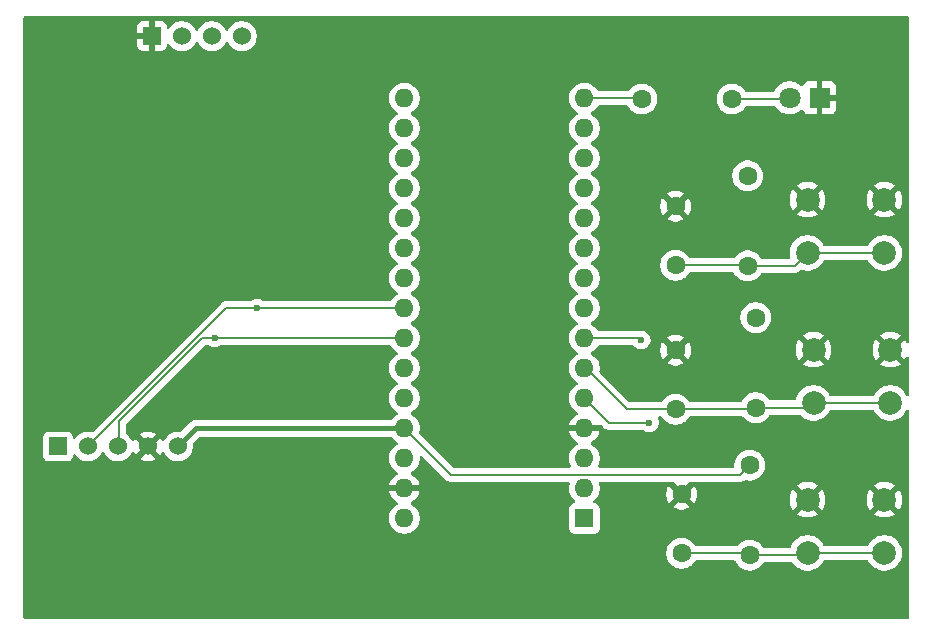
<source format=gtl>
G04 #@! TF.GenerationSoftware,KiCad,Pcbnew,9.0.6*
G04 #@! TF.CreationDate,2025-12-25T14:29:32+05:30*
G04 #@! TF.ProjectId,new_first_pcb,6e65775f-6669-4727-9374-5f7063622e6b,rev?*
G04 #@! TF.SameCoordinates,Original*
G04 #@! TF.FileFunction,Copper,L1,Top*
G04 #@! TF.FilePolarity,Positive*
%FSLAX46Y46*%
G04 Gerber Fmt 4.6, Leading zero omitted, Abs format (unit mm)*
G04 Created by KiCad (PCBNEW 9.0.6) date 2025-12-25 14:29:32*
%MOMM*%
%LPD*%
G01*
G04 APERTURE LIST*
G04 #@! TA.AperFunction,ComponentPad*
%ADD10C,1.600000*%
G04 #@! TD*
G04 #@! TA.AperFunction,ComponentPad*
%ADD11R,1.524000X1.524000*%
G04 #@! TD*
G04 #@! TA.AperFunction,ComponentPad*
%ADD12C,1.524000*%
G04 #@! TD*
G04 #@! TA.AperFunction,ComponentPad*
%ADD13C,2.000000*%
G04 #@! TD*
G04 #@! TA.AperFunction,ComponentPad*
%ADD14R,1.800000X1.800000*%
G04 #@! TD*
G04 #@! TA.AperFunction,ComponentPad*
%ADD15C,1.800000*%
G04 #@! TD*
G04 #@! TA.AperFunction,ComponentPad*
%ADD16R,1.600000X1.600000*%
G04 #@! TD*
G04 #@! TA.AperFunction,ComponentPad*
%ADD17O,1.600000X1.600000*%
G04 #@! TD*
G04 #@! TA.AperFunction,ViaPad*
%ADD18C,0.600000*%
G04 #@! TD*
G04 #@! TA.AperFunction,Conductor*
%ADD19C,0.200000*%
G04 #@! TD*
G04 #@! TA.AperFunction,Conductor*
%ADD20C,0.400000*%
G04 #@! TD*
G04 APERTURE END LIST*
D10*
X141224000Y-126960000D03*
X141224000Y-121960000D03*
X137880000Y-88500000D03*
X145500000Y-88500000D03*
X146812000Y-94996000D03*
X146812000Y-102616000D03*
D11*
X88420000Y-117920000D03*
D12*
X90960000Y-117920000D03*
X93500000Y-117920000D03*
X96040000Y-117920000D03*
X98580000Y-117920000D03*
D11*
X96380000Y-83180000D03*
D12*
X98920000Y-83180000D03*
X101460000Y-83180000D03*
X104000000Y-83180000D03*
D10*
X140716000Y-114768000D03*
X140716000Y-109768000D03*
D13*
X151892000Y-97028000D03*
X158392000Y-97028000D03*
X151892000Y-101528000D03*
X158392000Y-101528000D03*
D10*
X147000000Y-119500000D03*
X147000000Y-127120000D03*
D13*
X151892000Y-122428000D03*
X158392000Y-122428000D03*
X151892000Y-126928000D03*
X158392000Y-126928000D03*
X152400000Y-109728000D03*
X158900000Y-109728000D03*
X152400000Y-114228000D03*
X158900000Y-114228000D03*
D10*
X147500000Y-107000000D03*
X147500000Y-114620000D03*
D14*
X152908000Y-88392000D03*
D15*
X150368000Y-88392000D03*
D16*
X133000000Y-124000000D03*
D17*
X133000000Y-121460000D03*
X133000000Y-118920000D03*
X133000000Y-116380000D03*
X133000000Y-113840000D03*
X133000000Y-111300000D03*
X133000000Y-108760000D03*
X133000000Y-106220000D03*
X133000000Y-103680000D03*
X133000000Y-101140000D03*
X133000000Y-98600000D03*
X133000000Y-96060000D03*
X133000000Y-93520000D03*
X133000000Y-90980000D03*
X133000000Y-88440000D03*
X117760000Y-88440000D03*
X117760000Y-90980000D03*
X117760000Y-93520000D03*
X117760000Y-96060000D03*
X117760000Y-98600000D03*
X117760000Y-101140000D03*
X117760000Y-103680000D03*
X117760000Y-106220000D03*
X117760000Y-108760000D03*
X117760000Y-111300000D03*
X117760000Y-113840000D03*
X117760000Y-116380000D03*
X117760000Y-118920000D03*
X117760000Y-121460000D03*
X117760000Y-124000000D03*
D10*
X140716000Y-102576000D03*
X140716000Y-97576000D03*
D18*
X137800000Y-108900000D03*
X138500000Y-115900000D03*
X101700000Y-108700000D03*
X105300000Y-106200000D03*
D19*
X147000000Y-127120000D02*
X151700000Y-127120000D01*
X137660000Y-108760000D02*
X137800000Y-108900000D01*
X151700000Y-127120000D02*
X151892000Y-126928000D01*
X133000000Y-108760000D02*
X137660000Y-108760000D01*
X141224000Y-126960000D02*
X146840000Y-126960000D01*
X146840000Y-126960000D02*
X147000000Y-127120000D01*
X151892000Y-126928000D02*
X158392000Y-126928000D01*
X137820000Y-88440000D02*
X137880000Y-88500000D01*
X133000000Y-88440000D02*
X137820000Y-88440000D01*
X151892000Y-101528000D02*
X158392000Y-101528000D01*
X150804000Y-102616000D02*
X151892000Y-101528000D01*
X135060000Y-115900000D02*
X138500000Y-115900000D01*
X133000000Y-113840000D02*
X135060000Y-115900000D01*
X146772000Y-102576000D02*
X146812000Y-102616000D01*
X146812000Y-102616000D02*
X150804000Y-102616000D01*
X140716000Y-102576000D02*
X146772000Y-102576000D01*
X147500000Y-114620000D02*
X152008000Y-114620000D01*
X147352000Y-114768000D02*
X147500000Y-114620000D01*
X136568000Y-114768000D02*
X140716000Y-114768000D01*
X133100000Y-111300000D02*
X136568000Y-114768000D01*
X152008000Y-114620000D02*
X152400000Y-114228000D01*
X140716000Y-114768000D02*
X147352000Y-114768000D01*
X152400000Y-114228000D02*
X158900000Y-114228000D01*
X133000000Y-111300000D02*
X133100000Y-111300000D01*
X146200001Y-120299999D02*
X121679999Y-120299999D01*
X121679999Y-120299999D02*
X117760000Y-116380000D01*
D20*
X117760000Y-116380000D02*
X100120000Y-116380000D01*
D19*
X147000000Y-119500000D02*
X146200001Y-120299999D01*
D20*
X100120000Y-116380000D02*
X98580000Y-117920000D01*
D19*
X93600000Y-115743862D02*
X93600000Y-117820000D01*
X101700000Y-108700000D02*
X100643862Y-108700000D01*
X93600000Y-117820000D02*
X93500000Y-117920000D01*
X101760000Y-108760000D02*
X117760000Y-108760000D01*
X101700000Y-108700000D02*
X101760000Y-108760000D01*
X100643862Y-108700000D02*
X93600000Y-115743862D01*
X102680000Y-106200000D02*
X90960000Y-117920000D01*
X105320000Y-106220000D02*
X105300000Y-106200000D01*
X105300000Y-106200000D02*
X102680000Y-106200000D01*
X117760000Y-106220000D02*
X105320000Y-106220000D01*
X150260000Y-88500000D02*
X150368000Y-88392000D01*
X145500000Y-88500000D02*
X150260000Y-88500000D01*
G04 #@! TA.AperFunction,Conductor*
G36*
X160442539Y-81520185D02*
G01*
X160488294Y-81572989D01*
X160499500Y-81624500D01*
X160499500Y-109046664D01*
X160479815Y-109113703D01*
X160427011Y-109159458D01*
X160357853Y-109169402D01*
X160294297Y-109140377D01*
X160265015Y-109102959D01*
X160182914Y-108941828D01*
X160122658Y-108858894D01*
X160122658Y-108858893D01*
X159423787Y-109557765D01*
X159412518Y-109515708D01*
X159340110Y-109390292D01*
X159237708Y-109287890D01*
X159112292Y-109215482D01*
X159070234Y-109204212D01*
X159769105Y-108505340D01*
X159769104Y-108505338D01*
X159686174Y-108445087D01*
X159475802Y-108337897D01*
X159251247Y-108264934D01*
X159251248Y-108264934D01*
X159018052Y-108228000D01*
X158781948Y-108228000D01*
X158548752Y-108264934D01*
X158324197Y-108337897D01*
X158113830Y-108445084D01*
X158030894Y-108505340D01*
X158729766Y-109204212D01*
X158687708Y-109215482D01*
X158562292Y-109287890D01*
X158459890Y-109390292D01*
X158387482Y-109515708D01*
X158376212Y-109557766D01*
X157677340Y-108858894D01*
X157617084Y-108941830D01*
X157509897Y-109152197D01*
X157436934Y-109376752D01*
X157400000Y-109609947D01*
X157400000Y-109846052D01*
X157436934Y-110079247D01*
X157509897Y-110303802D01*
X157617087Y-110514174D01*
X157677338Y-110597104D01*
X157677340Y-110597105D01*
X158376212Y-109898233D01*
X158387482Y-109940292D01*
X158459890Y-110065708D01*
X158562292Y-110168110D01*
X158687708Y-110240518D01*
X158729765Y-110251787D01*
X158030893Y-110950658D01*
X158113828Y-111010914D01*
X158324197Y-111118102D01*
X158548752Y-111191065D01*
X158548751Y-111191065D01*
X158781948Y-111228000D01*
X159018052Y-111228000D01*
X159251247Y-111191065D01*
X159475802Y-111118102D01*
X159686163Y-111010918D01*
X159686169Y-111010914D01*
X159769104Y-110950658D01*
X159769105Y-110950658D01*
X159070233Y-110251787D01*
X159112292Y-110240518D01*
X159237708Y-110168110D01*
X159340110Y-110065708D01*
X159412518Y-109940292D01*
X159423787Y-109898234D01*
X160122658Y-110597105D01*
X160122658Y-110597104D01*
X160182914Y-110514169D01*
X160182918Y-110514163D01*
X160265015Y-110353040D01*
X160312989Y-110302244D01*
X160380810Y-110285449D01*
X160446945Y-110307986D01*
X160490397Y-110362701D01*
X160499500Y-110409335D01*
X160499500Y-113545562D01*
X160479815Y-113612601D01*
X160427011Y-113658356D01*
X160357853Y-113668300D01*
X160294297Y-113639275D01*
X160265015Y-113601857D01*
X160227895Y-113529006D01*
X160183343Y-113441567D01*
X160044517Y-113250490D01*
X159877510Y-113083483D01*
X159686433Y-112944657D01*
X159475996Y-112837433D01*
X159251368Y-112764446D01*
X159018097Y-112727500D01*
X159018092Y-112727500D01*
X158781908Y-112727500D01*
X158781903Y-112727500D01*
X158548631Y-112764446D01*
X158324003Y-112837433D01*
X158113566Y-112944657D01*
X158047330Y-112992781D01*
X157922490Y-113083483D01*
X157922488Y-113083485D01*
X157922487Y-113083485D01*
X157755485Y-113250487D01*
X157755485Y-113250488D01*
X157755483Y-113250490D01*
X157705344Y-113319500D01*
X157616657Y-113441566D01*
X157603443Y-113467500D01*
X157563147Y-113546587D01*
X157556417Y-113559795D01*
X157508442Y-113610591D01*
X157445932Y-113627500D01*
X153854068Y-113627500D01*
X153787029Y-113607815D01*
X153743583Y-113559795D01*
X153683343Y-113441567D01*
X153544517Y-113250490D01*
X153377510Y-113083483D01*
X153186433Y-112944657D01*
X152975996Y-112837433D01*
X152751368Y-112764446D01*
X152518097Y-112727500D01*
X152518092Y-112727500D01*
X152281908Y-112727500D01*
X152281903Y-112727500D01*
X152048631Y-112764446D01*
X151824003Y-112837433D01*
X151613566Y-112944657D01*
X151547330Y-112992781D01*
X151422490Y-113083483D01*
X151422488Y-113083485D01*
X151422487Y-113083485D01*
X151255485Y-113250487D01*
X151255485Y-113250488D01*
X151255483Y-113250490D01*
X151205344Y-113319500D01*
X151116657Y-113441566D01*
X151009433Y-113652003D01*
X150936446Y-113876631D01*
X150930386Y-113914898D01*
X150900457Y-113978033D01*
X150841145Y-114014964D01*
X150807913Y-114019500D01*
X148729602Y-114019500D01*
X148662563Y-113999815D01*
X148619117Y-113951795D01*
X148612287Y-113938390D01*
X148612285Y-113938387D01*
X148612284Y-113938385D01*
X148491971Y-113772786D01*
X148347213Y-113628028D01*
X148181613Y-113507715D01*
X148181612Y-113507714D01*
X148181610Y-113507713D01*
X148102688Y-113467500D01*
X147999223Y-113414781D01*
X147804534Y-113351522D01*
X147629995Y-113323878D01*
X147602352Y-113319500D01*
X147397648Y-113319500D01*
X147373329Y-113323351D01*
X147195465Y-113351522D01*
X147000776Y-113414781D01*
X146818386Y-113507715D01*
X146652786Y-113628028D01*
X146508028Y-113772786D01*
X146387715Y-113938385D01*
X146305473Y-114099795D01*
X146257498Y-114150591D01*
X146194988Y-114167500D01*
X141945602Y-114167500D01*
X141878563Y-114147815D01*
X141835117Y-114099795D01*
X141828284Y-114086385D01*
X141707971Y-113920786D01*
X141563213Y-113776028D01*
X141397613Y-113655715D01*
X141397612Y-113655714D01*
X141397610Y-113655713D01*
X141340653Y-113626691D01*
X141215223Y-113562781D01*
X141020534Y-113499522D01*
X140845995Y-113471878D01*
X140818352Y-113467500D01*
X140613648Y-113467500D01*
X140589329Y-113471351D01*
X140411465Y-113499522D01*
X140216776Y-113562781D01*
X140034386Y-113655715D01*
X139868786Y-113776028D01*
X139724028Y-113920786D01*
X139603715Y-114086385D01*
X139596883Y-114099795D01*
X139548909Y-114150591D01*
X139486398Y-114167500D01*
X136868098Y-114167500D01*
X136801059Y-114147815D01*
X136780417Y-114131181D01*
X134311142Y-111661906D01*
X134277657Y-111600583D01*
X134276350Y-111554827D01*
X134300500Y-111402351D01*
X134300500Y-111197648D01*
X134268477Y-110995465D01*
X134220391Y-110847473D01*
X134205220Y-110800781D01*
X134112287Y-110618390D01*
X134096822Y-110597104D01*
X133991971Y-110452786D01*
X133847213Y-110308028D01*
X133681614Y-110187715D01*
X133642921Y-110168000D01*
X133588917Y-110140483D01*
X133538123Y-110092511D01*
X133521328Y-110024690D01*
X133543865Y-109958555D01*
X133588917Y-109919516D01*
X133681610Y-109872287D01*
X133752668Y-109820661D01*
X133847213Y-109751971D01*
X133847215Y-109751968D01*
X133847219Y-109751966D01*
X133991966Y-109607219D01*
X133991968Y-109607215D01*
X133991971Y-109607213D01*
X134096913Y-109462770D01*
X134112287Y-109441610D01*
X134119117Y-109428204D01*
X134167091Y-109377409D01*
X134229602Y-109360500D01*
X137078702Y-109360500D01*
X137145741Y-109380185D01*
X137174555Y-109405834D01*
X137178216Y-109410295D01*
X137289707Y-109521786D01*
X137289711Y-109521789D01*
X137420814Y-109609390D01*
X137420827Y-109609397D01*
X137532351Y-109655591D01*
X137566503Y-109669737D01*
X137721153Y-109700499D01*
X137721156Y-109700500D01*
X137721158Y-109700500D01*
X137878844Y-109700500D01*
X137878845Y-109700499D01*
X138033497Y-109669737D01*
X138043287Y-109665682D01*
X139416000Y-109665682D01*
X139416000Y-109870317D01*
X139448009Y-110072417D01*
X139511244Y-110267031D01*
X139604141Y-110449350D01*
X139604147Y-110449359D01*
X139636523Y-110493921D01*
X139636524Y-110493922D01*
X140316000Y-109814446D01*
X140316000Y-109820661D01*
X140343259Y-109922394D01*
X140395920Y-110013606D01*
X140470394Y-110088080D01*
X140561606Y-110140741D01*
X140663339Y-110168000D01*
X140669553Y-110168000D01*
X139990076Y-110847474D01*
X140034650Y-110879859D01*
X140216968Y-110972755D01*
X140411582Y-111035990D01*
X140613683Y-111068000D01*
X140818317Y-111068000D01*
X141020417Y-111035990D01*
X141215031Y-110972755D01*
X141397349Y-110879859D01*
X141441921Y-110847474D01*
X141441921Y-110847473D01*
X140762447Y-110168000D01*
X140768661Y-110168000D01*
X140870394Y-110140741D01*
X140961606Y-110088080D01*
X141036080Y-110013606D01*
X141088741Y-109922394D01*
X141116000Y-109820661D01*
X141116000Y-109814447D01*
X141795474Y-110493921D01*
X141827859Y-110449349D01*
X141920755Y-110267031D01*
X141983990Y-110072417D01*
X142016000Y-109870317D01*
X142016000Y-109665682D01*
X142009473Y-109624473D01*
X142007172Y-109609947D01*
X150900000Y-109609947D01*
X150900000Y-109846052D01*
X150936934Y-110079247D01*
X151009897Y-110303802D01*
X151117087Y-110514174D01*
X151177338Y-110597104D01*
X151177340Y-110597105D01*
X151876212Y-109898233D01*
X151887482Y-109940292D01*
X151959890Y-110065708D01*
X152062292Y-110168110D01*
X152187708Y-110240518D01*
X152229765Y-110251787D01*
X151530893Y-110950658D01*
X151613828Y-111010914D01*
X151824197Y-111118102D01*
X152048752Y-111191065D01*
X152048751Y-111191065D01*
X152281948Y-111228000D01*
X152518052Y-111228000D01*
X152751247Y-111191065D01*
X152975802Y-111118102D01*
X153186163Y-111010918D01*
X153186169Y-111010914D01*
X153269104Y-110950658D01*
X153269105Y-110950658D01*
X152570233Y-110251787D01*
X152612292Y-110240518D01*
X152737708Y-110168110D01*
X152840110Y-110065708D01*
X152912518Y-109940292D01*
X152923787Y-109898234D01*
X153622658Y-110597105D01*
X153622658Y-110597104D01*
X153682914Y-110514169D01*
X153682918Y-110514163D01*
X153790102Y-110303802D01*
X153863065Y-110079247D01*
X153900000Y-109846052D01*
X153900000Y-109609947D01*
X153863065Y-109376752D01*
X153790102Y-109152197D01*
X153682914Y-108941828D01*
X153622658Y-108858894D01*
X153622658Y-108858893D01*
X152923787Y-109557765D01*
X152912518Y-109515708D01*
X152840110Y-109390292D01*
X152737708Y-109287890D01*
X152612292Y-109215482D01*
X152570234Y-109204212D01*
X153269105Y-108505340D01*
X153269104Y-108505339D01*
X153186174Y-108445087D01*
X152975802Y-108337897D01*
X152751247Y-108264934D01*
X152751248Y-108264934D01*
X152518052Y-108228000D01*
X152281948Y-108228000D01*
X152048752Y-108264934D01*
X151824197Y-108337897D01*
X151613830Y-108445084D01*
X151530894Y-108505340D01*
X152229766Y-109204212D01*
X152187708Y-109215482D01*
X152062292Y-109287890D01*
X151959890Y-109390292D01*
X151887482Y-109515708D01*
X151876212Y-109557766D01*
X151177340Y-108858894D01*
X151117084Y-108941830D01*
X151009897Y-109152197D01*
X150936934Y-109376752D01*
X150900000Y-109609947D01*
X142007172Y-109609947D01*
X141983990Y-109463582D01*
X141920755Y-109268968D01*
X141827859Y-109086650D01*
X141795474Y-109042077D01*
X141795474Y-109042076D01*
X141116000Y-109721551D01*
X141116000Y-109715339D01*
X141088741Y-109613606D01*
X141036080Y-109522394D01*
X140961606Y-109447920D01*
X140870394Y-109395259D01*
X140768661Y-109368000D01*
X140762446Y-109368000D01*
X141441922Y-108688524D01*
X141441921Y-108688523D01*
X141397355Y-108656143D01*
X141215031Y-108563244D01*
X141020417Y-108500009D01*
X140818317Y-108468000D01*
X140613683Y-108468000D01*
X140411582Y-108500009D01*
X140216968Y-108563244D01*
X140034644Y-108656143D01*
X139990077Y-108688523D01*
X139990077Y-108688524D01*
X140669554Y-109368000D01*
X140663339Y-109368000D01*
X140561606Y-109395259D01*
X140470394Y-109447920D01*
X140395920Y-109522394D01*
X140343259Y-109613606D01*
X140316000Y-109715339D01*
X140316000Y-109721553D01*
X139636524Y-109042077D01*
X139636523Y-109042077D01*
X139604143Y-109086644D01*
X139511244Y-109268968D01*
X139448009Y-109463582D01*
X139416000Y-109665682D01*
X138043287Y-109665682D01*
X138179179Y-109609394D01*
X138182443Y-109607213D01*
X138256524Y-109557714D01*
X138274478Y-109545716D01*
X138310289Y-109521789D01*
X138421789Y-109410289D01*
X138509394Y-109279179D01*
X138569737Y-109133497D01*
X138600500Y-108978842D01*
X138600500Y-108821158D01*
X138600500Y-108821155D01*
X138588330Y-108759975D01*
X138588330Y-108759974D01*
X138569738Y-108666510D01*
X138569737Y-108666503D01*
X138526966Y-108563244D01*
X138509397Y-108520827D01*
X138509390Y-108520814D01*
X138421789Y-108389711D01*
X138421786Y-108389707D01*
X138310292Y-108278213D01*
X138310288Y-108278210D01*
X138179185Y-108190609D01*
X138179172Y-108190602D01*
X138033501Y-108130264D01*
X138033489Y-108130261D01*
X137878845Y-108099500D01*
X137878842Y-108099500D01*
X137721158Y-108099500D01*
X137721155Y-108099500D01*
X137566511Y-108130260D01*
X137566501Y-108130263D01*
X137518706Y-108150061D01*
X137471254Y-108159500D01*
X134229602Y-108159500D01*
X134162563Y-108139815D01*
X134119117Y-108091795D01*
X134112284Y-108078385D01*
X133991971Y-107912786D01*
X133847213Y-107768028D01*
X133681614Y-107647715D01*
X133675006Y-107644348D01*
X133588917Y-107600483D01*
X133538123Y-107552511D01*
X133521328Y-107484690D01*
X133543865Y-107418555D01*
X133588917Y-107379516D01*
X133681610Y-107332287D01*
X133719809Y-107304534D01*
X133847213Y-107211971D01*
X133847215Y-107211968D01*
X133847219Y-107211966D01*
X133991966Y-107067219D01*
X133991968Y-107067215D01*
X133991971Y-107067213D01*
X134044732Y-106994590D01*
X134112287Y-106901610D01*
X134114306Y-106897648D01*
X146199500Y-106897648D01*
X146199500Y-107102351D01*
X146231522Y-107304534D01*
X146294781Y-107499223D01*
X146387715Y-107681613D01*
X146508028Y-107847213D01*
X146652786Y-107991971D01*
X146771734Y-108078390D01*
X146818390Y-108112287D01*
X146892526Y-108150061D01*
X147000776Y-108205218D01*
X147000778Y-108205218D01*
X147000781Y-108205220D01*
X147070891Y-108228000D01*
X147195465Y-108268477D01*
X147296557Y-108284488D01*
X147397648Y-108300500D01*
X147397649Y-108300500D01*
X147602351Y-108300500D01*
X147602352Y-108300500D01*
X147804534Y-108268477D01*
X147999219Y-108205220D01*
X148181610Y-108112287D01*
X148274590Y-108044732D01*
X148347213Y-107991971D01*
X148347215Y-107991968D01*
X148347219Y-107991966D01*
X148491966Y-107847219D01*
X148491968Y-107847215D01*
X148491971Y-107847213D01*
X148555598Y-107759636D01*
X148612287Y-107681610D01*
X148705220Y-107499219D01*
X148768477Y-107304534D01*
X148800500Y-107102352D01*
X148800500Y-106897648D01*
X148791399Y-106840185D01*
X148768477Y-106695465D01*
X148705218Y-106500776D01*
X148671503Y-106434607D01*
X148612287Y-106318390D01*
X148604556Y-106307749D01*
X148491971Y-106152786D01*
X148347213Y-106008028D01*
X148181613Y-105887715D01*
X148181612Y-105887714D01*
X148181610Y-105887713D01*
X148124653Y-105858691D01*
X147999223Y-105794781D01*
X147804534Y-105731522D01*
X147629995Y-105703878D01*
X147602352Y-105699500D01*
X147397648Y-105699500D01*
X147373329Y-105703351D01*
X147195465Y-105731522D01*
X147000776Y-105794781D01*
X146818386Y-105887715D01*
X146652786Y-106008028D01*
X146508028Y-106152786D01*
X146387715Y-106318386D01*
X146294781Y-106500776D01*
X146231522Y-106695465D01*
X146199500Y-106897648D01*
X134114306Y-106897648D01*
X134153605Y-106820520D01*
X134205218Y-106719223D01*
X134205218Y-106719222D01*
X134205220Y-106719219D01*
X134268477Y-106524534D01*
X134300500Y-106322352D01*
X134300500Y-106117648D01*
X134268477Y-105915466D01*
X134205220Y-105720781D01*
X134205218Y-105720778D01*
X134205218Y-105720776D01*
X134171503Y-105654607D01*
X134112287Y-105538390D01*
X134104556Y-105527749D01*
X133991971Y-105372786D01*
X133847213Y-105228028D01*
X133681614Y-105107715D01*
X133675006Y-105104348D01*
X133588917Y-105060483D01*
X133538123Y-105012511D01*
X133521328Y-104944690D01*
X133543865Y-104878555D01*
X133588917Y-104839516D01*
X133681610Y-104792287D01*
X133702770Y-104776913D01*
X133847213Y-104671971D01*
X133847215Y-104671968D01*
X133847219Y-104671966D01*
X133991966Y-104527219D01*
X133991968Y-104527215D01*
X133991971Y-104527213D01*
X134044732Y-104454590D01*
X134112287Y-104361610D01*
X134205220Y-104179219D01*
X134268477Y-103984534D01*
X134300500Y-103782352D01*
X134300500Y-103577648D01*
X134298967Y-103567971D01*
X134268477Y-103375465D01*
X134238824Y-103284205D01*
X134205220Y-103180781D01*
X134205218Y-103180778D01*
X134205218Y-103180776D01*
X134151433Y-103075219D01*
X134112287Y-102998390D01*
X134102350Y-102984713D01*
X133991971Y-102832786D01*
X133847213Y-102688028D01*
X133690651Y-102574280D01*
X133690642Y-102574275D01*
X133681610Y-102567713D01*
X133588058Y-102520046D01*
X133587262Y-102519625D01*
X133562879Y-102495892D01*
X133539327Y-102473648D01*
X139415500Y-102473648D01*
X139415500Y-102678351D01*
X139447522Y-102880534D01*
X139510781Y-103075223D01*
X139571001Y-103193409D01*
X139582766Y-103216500D01*
X139603715Y-103257613D01*
X139724028Y-103423213D01*
X139868786Y-103567971D01*
X140023749Y-103680556D01*
X140034390Y-103688287D01*
X140150607Y-103747503D01*
X140216776Y-103781218D01*
X140216778Y-103781218D01*
X140216781Y-103781220D01*
X140321137Y-103815127D01*
X140411465Y-103844477D01*
X140512557Y-103860488D01*
X140613648Y-103876500D01*
X140613649Y-103876500D01*
X140818351Y-103876500D01*
X140818352Y-103876500D01*
X141020534Y-103844477D01*
X141215219Y-103781220D01*
X141397610Y-103688287D01*
X141490590Y-103620732D01*
X141563213Y-103567971D01*
X141563215Y-103567968D01*
X141563219Y-103567966D01*
X141707966Y-103423219D01*
X141707968Y-103423215D01*
X141707971Y-103423213D01*
X141828284Y-103257614D01*
X141828285Y-103257613D01*
X141828287Y-103257610D01*
X141835117Y-103244204D01*
X141883091Y-103193409D01*
X141945602Y-103176500D01*
X145562017Y-103176500D01*
X145629056Y-103196185D01*
X145672501Y-103244204D01*
X145679334Y-103257614D01*
X145699715Y-103297614D01*
X145820028Y-103463213D01*
X145964786Y-103607971D01*
X146075330Y-103688284D01*
X146130390Y-103728287D01*
X146246607Y-103787503D01*
X146312776Y-103821218D01*
X146312778Y-103821218D01*
X146312781Y-103821220D01*
X146384359Y-103844477D01*
X146507465Y-103884477D01*
X146608557Y-103900488D01*
X146709648Y-103916500D01*
X146709649Y-103916500D01*
X146914351Y-103916500D01*
X146914352Y-103916500D01*
X147116534Y-103884477D01*
X147311219Y-103821220D01*
X147493610Y-103728287D01*
X147586590Y-103660732D01*
X147659213Y-103607971D01*
X147659215Y-103607968D01*
X147659219Y-103607966D01*
X147803966Y-103463219D01*
X147803968Y-103463215D01*
X147803971Y-103463213D01*
X147924284Y-103297614D01*
X147924283Y-103297614D01*
X147924287Y-103297610D01*
X147931117Y-103284204D01*
X147979091Y-103233409D01*
X148041602Y-103216500D01*
X150717331Y-103216500D01*
X150717347Y-103216501D01*
X150724943Y-103216501D01*
X150883054Y-103216501D01*
X150883057Y-103216501D01*
X151035785Y-103175577D01*
X151085904Y-103146639D01*
X151172716Y-103096520D01*
X151284520Y-102984716D01*
X151284520Y-102984714D01*
X151288436Y-102980799D01*
X151349759Y-102947314D01*
X151414436Y-102950549D01*
X151540632Y-102991553D01*
X151628110Y-103005408D01*
X151773903Y-103028500D01*
X151773908Y-103028500D01*
X152010097Y-103028500D01*
X152243368Y-102991553D01*
X152276465Y-102980799D01*
X152467992Y-102918568D01*
X152678433Y-102811343D01*
X152869510Y-102672517D01*
X153036517Y-102505510D01*
X153175343Y-102314433D01*
X153235583Y-102196204D01*
X153283558Y-102145409D01*
X153346068Y-102128500D01*
X156937932Y-102128500D01*
X157004971Y-102148185D01*
X157048416Y-102196203D01*
X157108657Y-102314433D01*
X157247483Y-102505510D01*
X157414490Y-102672517D01*
X157605567Y-102811343D01*
X157704991Y-102862002D01*
X157816003Y-102918566D01*
X157816005Y-102918566D01*
X157816008Y-102918568D01*
X157904479Y-102947314D01*
X158040631Y-102991553D01*
X158273903Y-103028500D01*
X158273908Y-103028500D01*
X158510097Y-103028500D01*
X158743368Y-102991553D01*
X158776465Y-102980799D01*
X158967992Y-102918568D01*
X159178433Y-102811343D01*
X159369510Y-102672517D01*
X159536517Y-102505510D01*
X159675343Y-102314433D01*
X159782568Y-102103992D01*
X159855553Y-101879368D01*
X159856704Y-101872102D01*
X159892500Y-101646097D01*
X159892500Y-101409902D01*
X159855553Y-101176631D01*
X159782566Y-100952003D01*
X159675342Y-100741566D01*
X159602117Y-100640781D01*
X159536517Y-100550490D01*
X159369510Y-100383483D01*
X159178433Y-100244657D01*
X158967996Y-100137433D01*
X158743368Y-100064446D01*
X158510097Y-100027500D01*
X158510092Y-100027500D01*
X158273908Y-100027500D01*
X158273903Y-100027500D01*
X158040631Y-100064446D01*
X157816003Y-100137433D01*
X157605566Y-100244657D01*
X157539330Y-100292781D01*
X157414490Y-100383483D01*
X157414488Y-100383485D01*
X157414487Y-100383485D01*
X157247485Y-100550487D01*
X157247485Y-100550488D01*
X157247483Y-100550490D01*
X157187862Y-100632550D01*
X157108657Y-100741566D01*
X157076060Y-100805540D01*
X157060814Y-100835465D01*
X157048417Y-100859795D01*
X157000442Y-100910591D01*
X156937932Y-100927500D01*
X153346068Y-100927500D01*
X153279029Y-100907815D01*
X153235583Y-100859795D01*
X153223187Y-100835466D01*
X153175343Y-100741567D01*
X153036517Y-100550490D01*
X152869510Y-100383483D01*
X152678433Y-100244657D01*
X152467996Y-100137433D01*
X152243368Y-100064446D01*
X152010097Y-100027500D01*
X152010092Y-100027500D01*
X151773908Y-100027500D01*
X151773903Y-100027500D01*
X151540631Y-100064446D01*
X151316003Y-100137433D01*
X151105566Y-100244657D01*
X151039330Y-100292781D01*
X150914490Y-100383483D01*
X150914488Y-100383485D01*
X150914487Y-100383485D01*
X150747485Y-100550487D01*
X150747485Y-100550488D01*
X150747483Y-100550490D01*
X150687862Y-100632550D01*
X150608657Y-100741566D01*
X150501433Y-100952003D01*
X150428446Y-101176631D01*
X150391500Y-101409902D01*
X150391500Y-101646097D01*
X150427296Y-101872102D01*
X150418342Y-101941395D01*
X150373345Y-101994847D01*
X150306594Y-102015487D01*
X150304823Y-102015500D01*
X148041602Y-102015500D01*
X147974563Y-101995815D01*
X147931117Y-101947795D01*
X147924284Y-101934385D01*
X147803971Y-101768786D01*
X147659213Y-101624028D01*
X147493613Y-101503715D01*
X147493612Y-101503714D01*
X147493610Y-101503713D01*
X147415106Y-101463713D01*
X147311223Y-101410781D01*
X147116534Y-101347522D01*
X146941995Y-101319878D01*
X146914352Y-101315500D01*
X146709648Y-101315500D01*
X146685329Y-101319351D01*
X146507465Y-101347522D01*
X146312776Y-101410781D01*
X146130386Y-101503715D01*
X145964786Y-101624028D01*
X145820032Y-101768782D01*
X145820028Y-101768787D01*
X145706981Y-101924385D01*
X145651652Y-101967051D01*
X145606663Y-101975500D01*
X141945602Y-101975500D01*
X141878563Y-101955815D01*
X141835117Y-101907795D01*
X141828284Y-101894385D01*
X141707971Y-101728786D01*
X141563213Y-101584028D01*
X141397613Y-101463715D01*
X141397612Y-101463714D01*
X141397610Y-101463713D01*
X141340653Y-101434691D01*
X141215223Y-101370781D01*
X141020534Y-101307522D01*
X140845995Y-101279878D01*
X140818352Y-101275500D01*
X140613648Y-101275500D01*
X140589329Y-101279351D01*
X140411465Y-101307522D01*
X140216776Y-101370781D01*
X140034386Y-101463715D01*
X139868786Y-101584028D01*
X139724028Y-101728786D01*
X139603715Y-101894386D01*
X139510781Y-102076776D01*
X139447522Y-102271465D01*
X139415500Y-102473648D01*
X133539327Y-102473648D01*
X133538123Y-102472511D01*
X133537889Y-102471567D01*
X133537194Y-102470891D01*
X133529511Y-102437737D01*
X133521328Y-102404690D01*
X133521641Y-102403770D01*
X133521422Y-102402825D01*
X133532878Y-102370793D01*
X133543865Y-102338555D01*
X133544654Y-102337870D01*
X133544953Y-102337037D01*
X133550905Y-102332454D01*
X133588917Y-102299516D01*
X133681610Y-102252287D01*
X133758801Y-102196205D01*
X133847213Y-102131971D01*
X133847215Y-102131968D01*
X133847219Y-102131966D01*
X133991966Y-101987219D01*
X133991968Y-101987215D01*
X133991971Y-101987213D01*
X134049670Y-101907795D01*
X134112287Y-101821610D01*
X134205220Y-101639219D01*
X134268477Y-101444534D01*
X134300500Y-101242352D01*
X134300500Y-101037648D01*
X134279936Y-100907815D01*
X134268477Y-100835465D01*
X134205218Y-100640776D01*
X134159213Y-100550487D01*
X134112287Y-100458390D01*
X134057866Y-100383485D01*
X133991971Y-100292786D01*
X133847213Y-100148028D01*
X133681614Y-100027715D01*
X133675006Y-100024348D01*
X133588917Y-99980483D01*
X133538123Y-99932511D01*
X133521328Y-99864690D01*
X133543865Y-99798555D01*
X133588917Y-99759516D01*
X133681610Y-99712287D01*
X133702770Y-99696913D01*
X133847213Y-99591971D01*
X133847215Y-99591968D01*
X133847219Y-99591966D01*
X133991966Y-99447219D01*
X133991968Y-99447215D01*
X133991971Y-99447213D01*
X134044732Y-99374590D01*
X134112287Y-99281610D01*
X134205220Y-99099219D01*
X134268477Y-98904534D01*
X134300500Y-98702352D01*
X134300500Y-98497648D01*
X134287901Y-98418102D01*
X134268477Y-98295465D01*
X134239127Y-98205137D01*
X134205220Y-98100781D01*
X134205218Y-98100778D01*
X134205218Y-98100776D01*
X134171503Y-98034607D01*
X134112287Y-97918390D01*
X134084698Y-97880417D01*
X133991971Y-97752786D01*
X133847217Y-97608032D01*
X133847212Y-97608028D01*
X133793702Y-97569150D01*
X133793679Y-97569135D01*
X133681609Y-97487712D01*
X133654073Y-97473682D01*
X139416000Y-97473682D01*
X139416000Y-97678317D01*
X139448009Y-97880417D01*
X139511244Y-98075031D01*
X139604141Y-98257350D01*
X139604147Y-98257359D01*
X139636523Y-98301921D01*
X139636524Y-98301922D01*
X140316000Y-97622446D01*
X140316000Y-97628661D01*
X140343259Y-97730394D01*
X140395920Y-97821606D01*
X140470394Y-97896080D01*
X140561606Y-97948741D01*
X140663339Y-97976000D01*
X140669553Y-97976000D01*
X139990076Y-98655474D01*
X140034650Y-98687859D01*
X140216968Y-98780755D01*
X140411582Y-98843990D01*
X140613683Y-98876000D01*
X140818317Y-98876000D01*
X141020417Y-98843990D01*
X141215031Y-98780755D01*
X141397349Y-98687859D01*
X141441921Y-98655474D01*
X140762447Y-97976000D01*
X140768661Y-97976000D01*
X140870394Y-97948741D01*
X140961606Y-97896080D01*
X141036080Y-97821606D01*
X141088741Y-97730394D01*
X141116000Y-97628661D01*
X141116000Y-97622447D01*
X141795474Y-98301921D01*
X141827861Y-98257347D01*
X141827861Y-98257346D01*
X141884032Y-98147105D01*
X141884032Y-98147104D01*
X141920755Y-98075031D01*
X141983990Y-97880417D01*
X142016000Y-97678317D01*
X142016000Y-97473682D01*
X141983990Y-97271582D01*
X141920754Y-97076965D01*
X141861856Y-96961371D01*
X141861855Y-96961370D01*
X141835653Y-96909947D01*
X150392000Y-96909947D01*
X150392000Y-97146052D01*
X150428934Y-97379247D01*
X150501897Y-97603802D01*
X150609087Y-97814174D01*
X150669338Y-97897104D01*
X150669340Y-97897105D01*
X151368212Y-97198233D01*
X151379482Y-97240292D01*
X151451890Y-97365708D01*
X151554292Y-97468110D01*
X151679708Y-97540518D01*
X151721765Y-97551787D01*
X151022893Y-98250658D01*
X151105828Y-98310914D01*
X151316197Y-98418102D01*
X151540752Y-98491065D01*
X151540751Y-98491065D01*
X151773948Y-98528000D01*
X152010052Y-98528000D01*
X152243247Y-98491065D01*
X152467802Y-98418102D01*
X152678163Y-98310918D01*
X152678169Y-98310914D01*
X152761104Y-98250658D01*
X152761105Y-98250658D01*
X152062233Y-97551787D01*
X152104292Y-97540518D01*
X152229708Y-97468110D01*
X152332110Y-97365708D01*
X152404518Y-97240292D01*
X152415787Y-97198234D01*
X153114658Y-97897105D01*
X153114658Y-97897104D01*
X153174914Y-97814169D01*
X153174918Y-97814163D01*
X153282102Y-97603802D01*
X153355065Y-97379247D01*
X153392000Y-97146052D01*
X153392000Y-96909947D01*
X156892000Y-96909947D01*
X156892000Y-97146052D01*
X156928934Y-97379247D01*
X157001897Y-97603802D01*
X157109087Y-97814174D01*
X157169338Y-97897104D01*
X157169340Y-97897105D01*
X157868212Y-97198233D01*
X157879482Y-97240292D01*
X157951890Y-97365708D01*
X158054292Y-97468110D01*
X158179708Y-97540518D01*
X158221765Y-97551787D01*
X157522893Y-98250658D01*
X157605828Y-98310914D01*
X157816197Y-98418102D01*
X158040752Y-98491065D01*
X158040751Y-98491065D01*
X158273948Y-98528000D01*
X158510052Y-98528000D01*
X158743247Y-98491065D01*
X158967802Y-98418102D01*
X159178163Y-98310918D01*
X159178169Y-98310914D01*
X159261104Y-98250658D01*
X159261105Y-98250658D01*
X158562233Y-97551787D01*
X158604292Y-97540518D01*
X158729708Y-97468110D01*
X158832110Y-97365708D01*
X158904518Y-97240292D01*
X158915787Y-97198234D01*
X159614658Y-97897105D01*
X159614658Y-97897104D01*
X159674914Y-97814169D01*
X159674918Y-97814163D01*
X159782102Y-97603802D01*
X159855065Y-97379247D01*
X159892000Y-97146052D01*
X159892000Y-96909947D01*
X159855065Y-96676752D01*
X159782102Y-96452197D01*
X159674914Y-96241828D01*
X159614658Y-96158894D01*
X159614658Y-96158893D01*
X158915787Y-96857765D01*
X158904518Y-96815708D01*
X158832110Y-96690292D01*
X158729708Y-96587890D01*
X158604292Y-96515482D01*
X158562234Y-96504212D01*
X159261105Y-95805340D01*
X159261104Y-95805338D01*
X159178174Y-95745087D01*
X158967802Y-95637897D01*
X158743247Y-95564934D01*
X158743248Y-95564934D01*
X158510052Y-95528000D01*
X158273948Y-95528000D01*
X158040752Y-95564934D01*
X157816197Y-95637897D01*
X157605830Y-95745084D01*
X157522894Y-95805340D01*
X158221766Y-96504212D01*
X158179708Y-96515482D01*
X158054292Y-96587890D01*
X157951890Y-96690292D01*
X157879482Y-96815708D01*
X157868212Y-96857765D01*
X157169340Y-96158894D01*
X157109084Y-96241830D01*
X157001897Y-96452197D01*
X156928934Y-96676752D01*
X156892000Y-96909947D01*
X153392000Y-96909947D01*
X153355065Y-96676752D01*
X153282102Y-96452197D01*
X153174914Y-96241828D01*
X153114658Y-96158894D01*
X153114658Y-96158893D01*
X152415787Y-96857765D01*
X152404518Y-96815708D01*
X152332110Y-96690292D01*
X152229708Y-96587890D01*
X152104292Y-96515482D01*
X152062234Y-96504212D01*
X152761105Y-95805340D01*
X152761104Y-95805339D01*
X152678174Y-95745087D01*
X152467802Y-95637897D01*
X152243247Y-95564934D01*
X152243248Y-95564934D01*
X152010052Y-95528000D01*
X151773948Y-95528000D01*
X151540752Y-95564934D01*
X151316197Y-95637897D01*
X151105830Y-95745084D01*
X151022894Y-95805340D01*
X151721766Y-96504212D01*
X151679708Y-96515482D01*
X151554292Y-96587890D01*
X151451890Y-96690292D01*
X151379482Y-96815708D01*
X151368212Y-96857766D01*
X150669340Y-96158894D01*
X150609084Y-96241830D01*
X150501897Y-96452197D01*
X150428934Y-96676752D01*
X150392000Y-96909947D01*
X141835653Y-96909947D01*
X141827859Y-96894650D01*
X141795474Y-96850077D01*
X141795474Y-96850076D01*
X141116000Y-97529551D01*
X141116000Y-97523339D01*
X141088741Y-97421606D01*
X141036080Y-97330394D01*
X140961606Y-97255920D01*
X140870394Y-97203259D01*
X140768661Y-97176000D01*
X140762446Y-97176000D01*
X141441922Y-96496524D01*
X141441921Y-96496523D01*
X141397359Y-96464147D01*
X141397350Y-96464141D01*
X141215031Y-96371244D01*
X141020417Y-96308009D01*
X140818317Y-96276000D01*
X140613683Y-96276000D01*
X140411582Y-96308009D01*
X140216968Y-96371244D01*
X140034644Y-96464143D01*
X139990077Y-96496523D01*
X139990077Y-96496524D01*
X140669554Y-97176000D01*
X140663339Y-97176000D01*
X140561606Y-97203259D01*
X140470394Y-97255920D01*
X140395920Y-97330394D01*
X140343259Y-97421606D01*
X140316000Y-97523339D01*
X140316000Y-97529553D01*
X139636524Y-96850077D01*
X139636523Y-96850077D01*
X139604143Y-96894644D01*
X139511244Y-97076968D01*
X139448009Y-97271582D01*
X139416000Y-97473682D01*
X133654073Y-97473682D01*
X133635546Y-97464242D01*
X133588917Y-97440483D01*
X133538123Y-97392511D01*
X133521328Y-97324690D01*
X133543865Y-97258555D01*
X133588917Y-97219516D01*
X133681610Y-97172287D01*
X133717720Y-97146052D01*
X133847213Y-97051971D01*
X133847215Y-97051968D01*
X133847219Y-97051966D01*
X133991966Y-96907219D01*
X133991968Y-96907215D01*
X133991971Y-96907213D01*
X134058452Y-96815708D01*
X134112287Y-96741610D01*
X134205220Y-96559219D01*
X134268477Y-96364534D01*
X134300500Y-96162352D01*
X134300500Y-95957648D01*
X134282375Y-95843212D01*
X134268477Y-95755465D01*
X134239127Y-95665137D01*
X134205220Y-95560781D01*
X134205218Y-95560778D01*
X134205218Y-95560776D01*
X134171503Y-95494607D01*
X134112287Y-95378390D01*
X134055722Y-95300534D01*
X133991971Y-95212786D01*
X133847217Y-95068032D01*
X133847212Y-95068028D01*
X133743200Y-94992459D01*
X133743189Y-94992452D01*
X133681610Y-94947713D01*
X133585326Y-94898654D01*
X133581873Y-94896602D01*
X133579126Y-94893648D01*
X145511500Y-94893648D01*
X145511500Y-95098351D01*
X145543522Y-95300534D01*
X145606781Y-95495223D01*
X145670691Y-95620653D01*
X145699712Y-95677609D01*
X145699715Y-95677613D01*
X145820028Y-95843213D01*
X145964786Y-95987971D01*
X146119749Y-96100556D01*
X146130390Y-96108287D01*
X146246607Y-96167503D01*
X146312776Y-96201218D01*
X146312778Y-96201218D01*
X146312781Y-96201220D01*
X146417137Y-96235127D01*
X146507465Y-96264477D01*
X146580218Y-96276000D01*
X146709648Y-96296500D01*
X146709649Y-96296500D01*
X146914351Y-96296500D01*
X146914352Y-96296500D01*
X147116534Y-96264477D01*
X147311219Y-96201220D01*
X147493610Y-96108287D01*
X147586590Y-96040732D01*
X147659213Y-95987971D01*
X147659215Y-95987968D01*
X147659219Y-95987966D01*
X147803966Y-95843219D01*
X147811054Y-95833462D01*
X147850103Y-95779717D01*
X147850105Y-95779714D01*
X147875265Y-95745084D01*
X147924287Y-95677610D01*
X148017220Y-95495219D01*
X148080477Y-95300534D01*
X148112500Y-95098352D01*
X148112500Y-94893648D01*
X148095842Y-94788477D01*
X148080477Y-94691465D01*
X148051127Y-94601137D01*
X148017220Y-94496781D01*
X148017218Y-94496778D01*
X148017218Y-94496776D01*
X147983503Y-94430607D01*
X147924287Y-94314390D01*
X147916556Y-94303749D01*
X147803971Y-94148786D01*
X147659213Y-94004028D01*
X147493613Y-93883715D01*
X147493612Y-93883714D01*
X147493610Y-93883713D01*
X147436653Y-93854691D01*
X147311223Y-93790781D01*
X147116534Y-93727522D01*
X146941995Y-93699878D01*
X146914352Y-93695500D01*
X146709648Y-93695500D01*
X146685329Y-93699351D01*
X146507465Y-93727522D01*
X146312776Y-93790781D01*
X146130386Y-93883715D01*
X145964786Y-94004028D01*
X145820028Y-94148786D01*
X145699715Y-94314386D01*
X145606781Y-94496776D01*
X145543522Y-94691465D01*
X145511500Y-94893648D01*
X133579126Y-94893648D01*
X133560714Y-94873847D01*
X133538123Y-94852511D01*
X133537124Y-94848477D01*
X133534295Y-94845435D01*
X133528797Y-94814852D01*
X133521328Y-94784690D01*
X133522668Y-94780757D01*
X133521933Y-94776667D01*
X133533841Y-94747968D01*
X133543865Y-94718555D01*
X133547272Y-94715602D01*
X133548712Y-94712133D01*
X133561546Y-94703234D01*
X133588917Y-94679516D01*
X133681610Y-94632287D01*
X133702770Y-94616913D01*
X133847213Y-94511971D01*
X133847215Y-94511968D01*
X133847219Y-94511966D01*
X133991966Y-94367219D01*
X133991968Y-94367215D01*
X133991971Y-94367213D01*
X134044732Y-94294590D01*
X134112287Y-94201610D01*
X134205220Y-94019219D01*
X134268477Y-93824534D01*
X134300500Y-93622352D01*
X134300500Y-93417648D01*
X134268477Y-93215466D01*
X134205220Y-93020781D01*
X134205218Y-93020778D01*
X134205218Y-93020776D01*
X134171503Y-92954607D01*
X134112287Y-92838390D01*
X134104556Y-92827749D01*
X133991971Y-92672786D01*
X133847213Y-92528028D01*
X133681614Y-92407715D01*
X133675006Y-92404348D01*
X133588917Y-92360483D01*
X133538123Y-92312511D01*
X133521328Y-92244690D01*
X133543865Y-92178555D01*
X133588917Y-92139516D01*
X133681610Y-92092287D01*
X133702770Y-92076913D01*
X133847213Y-91971971D01*
X133847215Y-91971968D01*
X133847219Y-91971966D01*
X133991966Y-91827219D01*
X133991968Y-91827215D01*
X133991971Y-91827213D01*
X134044732Y-91754590D01*
X134112287Y-91661610D01*
X134205220Y-91479219D01*
X134268477Y-91284534D01*
X134300500Y-91082352D01*
X134300500Y-90877648D01*
X134268477Y-90675466D01*
X134205220Y-90480781D01*
X134205218Y-90480778D01*
X134205218Y-90480776D01*
X134171503Y-90414607D01*
X134112287Y-90298390D01*
X134104556Y-90287749D01*
X133991971Y-90132786D01*
X133847213Y-89988028D01*
X133681614Y-89867715D01*
X133675006Y-89864348D01*
X133588917Y-89820483D01*
X133538123Y-89772511D01*
X133521328Y-89704690D01*
X133543865Y-89638555D01*
X133588917Y-89599516D01*
X133681610Y-89552287D01*
X133764629Y-89491971D01*
X133847213Y-89431971D01*
X133847215Y-89431968D01*
X133847219Y-89431966D01*
X133991966Y-89287219D01*
X133991968Y-89287215D01*
X133991971Y-89287213D01*
X134096913Y-89142770D01*
X134112287Y-89121610D01*
X134119117Y-89108204D01*
X134167091Y-89057409D01*
X134229602Y-89040500D01*
X136619826Y-89040500D01*
X136686865Y-89060185D01*
X136730311Y-89108205D01*
X136767715Y-89181613D01*
X136888028Y-89347213D01*
X137032786Y-89491971D01*
X137180811Y-89599515D01*
X137198390Y-89612287D01*
X137314607Y-89671503D01*
X137380776Y-89705218D01*
X137380778Y-89705218D01*
X137380781Y-89705220D01*
X137473512Y-89735350D01*
X137575465Y-89768477D01*
X137657348Y-89781446D01*
X137777648Y-89800500D01*
X137777649Y-89800500D01*
X137982351Y-89800500D01*
X137982352Y-89800500D01*
X138184534Y-89768477D01*
X138379219Y-89705220D01*
X138561610Y-89612287D01*
X138669245Y-89534086D01*
X138727213Y-89491971D01*
X138727215Y-89491968D01*
X138727219Y-89491966D01*
X138871966Y-89347219D01*
X138871968Y-89347215D01*
X138871971Y-89347213D01*
X138924732Y-89274590D01*
X138992287Y-89181610D01*
X139085220Y-88999219D01*
X139148477Y-88804534D01*
X139180500Y-88602352D01*
X139180500Y-88397648D01*
X144199500Y-88397648D01*
X144199500Y-88602351D01*
X144231522Y-88804534D01*
X144294781Y-88999223D01*
X144387715Y-89181613D01*
X144508028Y-89347213D01*
X144652786Y-89491971D01*
X144800811Y-89599515D01*
X144818390Y-89612287D01*
X144934607Y-89671503D01*
X145000776Y-89705218D01*
X145000778Y-89705218D01*
X145000781Y-89705220D01*
X145093512Y-89735350D01*
X145195465Y-89768477D01*
X145277348Y-89781446D01*
X145397648Y-89800500D01*
X145397649Y-89800500D01*
X145602351Y-89800500D01*
X145602352Y-89800500D01*
X145804534Y-89768477D01*
X145999219Y-89705220D01*
X146181610Y-89612287D01*
X146289245Y-89534086D01*
X146347213Y-89491971D01*
X146347215Y-89491968D01*
X146347219Y-89491966D01*
X146491966Y-89347219D01*
X146491968Y-89347215D01*
X146491971Y-89347213D01*
X146612284Y-89181614D01*
X146612285Y-89181613D01*
X146612287Y-89181610D01*
X146619117Y-89168204D01*
X146667091Y-89117409D01*
X146729602Y-89100500D01*
X149088461Y-89100500D01*
X149155500Y-89120185D01*
X149188777Y-89151612D01*
X149210575Y-89181614D01*
X149299758Y-89304365D01*
X149455636Y-89460243D01*
X149455641Y-89460247D01*
X149582321Y-89552284D01*
X149633978Y-89589815D01*
X149750501Y-89649187D01*
X149830393Y-89689895D01*
X149830396Y-89689896D01*
X149935221Y-89723955D01*
X150040049Y-89758015D01*
X150257778Y-89792500D01*
X150257779Y-89792500D01*
X150478221Y-89792500D01*
X150478222Y-89792500D01*
X150695951Y-89758015D01*
X150905606Y-89689895D01*
X151102022Y-89589815D01*
X151280365Y-89460242D01*
X151330924Y-89409682D01*
X151392245Y-89376198D01*
X151461936Y-89381182D01*
X151517870Y-89423053D01*
X151534786Y-89454030D01*
X151564646Y-89534087D01*
X151564649Y-89534093D01*
X151650809Y-89649187D01*
X151650812Y-89649190D01*
X151765906Y-89735350D01*
X151765913Y-89735354D01*
X151900620Y-89785596D01*
X151900627Y-89785598D01*
X151960155Y-89791999D01*
X151960172Y-89792000D01*
X152658000Y-89792000D01*
X152658000Y-88767277D01*
X152734306Y-88811333D01*
X152848756Y-88842000D01*
X152967244Y-88842000D01*
X153081694Y-88811333D01*
X153158000Y-88767277D01*
X153158000Y-89792000D01*
X153855828Y-89792000D01*
X153855844Y-89791999D01*
X153915372Y-89785598D01*
X153915379Y-89785596D01*
X154050086Y-89735354D01*
X154050093Y-89735350D01*
X154165187Y-89649190D01*
X154165190Y-89649187D01*
X154251350Y-89534093D01*
X154251354Y-89534086D01*
X154301596Y-89399379D01*
X154301598Y-89399372D01*
X154307999Y-89339844D01*
X154308000Y-89339827D01*
X154308000Y-88642000D01*
X153283278Y-88642000D01*
X153327333Y-88565694D01*
X153358000Y-88451244D01*
X153358000Y-88332756D01*
X153327333Y-88218306D01*
X153283278Y-88142000D01*
X154308000Y-88142000D01*
X154308000Y-87444172D01*
X154307999Y-87444155D01*
X154301598Y-87384627D01*
X154301596Y-87384620D01*
X154251354Y-87249913D01*
X154251350Y-87249906D01*
X154165190Y-87134812D01*
X154165187Y-87134809D01*
X154050093Y-87048649D01*
X154050086Y-87048645D01*
X153915379Y-86998403D01*
X153915372Y-86998401D01*
X153855844Y-86992000D01*
X153158000Y-86992000D01*
X153158000Y-88016722D01*
X153081694Y-87972667D01*
X152967244Y-87942000D01*
X152848756Y-87942000D01*
X152734306Y-87972667D01*
X152658000Y-88016722D01*
X152658000Y-86992000D01*
X151960155Y-86992000D01*
X151900627Y-86998401D01*
X151900620Y-86998403D01*
X151765913Y-87048645D01*
X151765906Y-87048649D01*
X151650812Y-87134809D01*
X151650809Y-87134812D01*
X151564649Y-87249906D01*
X151564643Y-87249918D01*
X151534785Y-87329969D01*
X151492914Y-87385903D01*
X151427449Y-87410319D01*
X151359176Y-87395467D01*
X151330923Y-87374316D01*
X151280363Y-87323756D01*
X151280358Y-87323752D01*
X151102025Y-87194187D01*
X151102024Y-87194186D01*
X151102022Y-87194185D01*
X150994698Y-87139500D01*
X150905606Y-87094104D01*
X150905603Y-87094103D01*
X150695952Y-87025985D01*
X150587086Y-87008742D01*
X150478222Y-86991500D01*
X150257778Y-86991500D01*
X150185201Y-87002995D01*
X150040047Y-87025985D01*
X149830396Y-87094103D01*
X149830393Y-87094104D01*
X149633974Y-87194187D01*
X149455641Y-87323752D01*
X149455636Y-87323756D01*
X149299756Y-87479636D01*
X149299752Y-87479641D01*
X149170187Y-87657973D01*
X149140990Y-87715274D01*
X149081618Y-87831797D01*
X149033646Y-87882591D01*
X148971136Y-87899500D01*
X146729602Y-87899500D01*
X146662563Y-87879815D01*
X146619117Y-87831795D01*
X146612284Y-87818385D01*
X146491971Y-87652786D01*
X146347213Y-87508028D01*
X146181613Y-87387715D01*
X146181612Y-87387714D01*
X146181610Y-87387713D01*
X146124653Y-87358691D01*
X145999223Y-87294781D01*
X145804534Y-87231522D01*
X145629995Y-87203878D01*
X145602352Y-87199500D01*
X145397648Y-87199500D01*
X145373329Y-87203351D01*
X145195465Y-87231522D01*
X145000776Y-87294781D01*
X144818386Y-87387715D01*
X144652786Y-87508028D01*
X144508028Y-87652786D01*
X144387715Y-87818386D01*
X144294781Y-88000776D01*
X144231522Y-88195465D01*
X144199500Y-88397648D01*
X139180500Y-88397648D01*
X139148477Y-88195466D01*
X139128981Y-88135465D01*
X139085218Y-88000776D01*
X139051503Y-87934607D01*
X138992287Y-87818390D01*
X138948692Y-87758386D01*
X138871971Y-87652786D01*
X138727213Y-87508028D01*
X138561613Y-87387715D01*
X138561612Y-87387714D01*
X138561610Y-87387713D01*
X138504653Y-87358691D01*
X138379223Y-87294781D01*
X138184534Y-87231522D01*
X138009995Y-87203878D01*
X137982352Y-87199500D01*
X137777648Y-87199500D01*
X137753329Y-87203351D01*
X137575465Y-87231522D01*
X137380776Y-87294781D01*
X137198386Y-87387715D01*
X137032786Y-87508028D01*
X136888030Y-87652784D01*
X136812140Y-87757240D01*
X136789512Y-87788384D01*
X136734184Y-87831051D01*
X136689195Y-87839500D01*
X134229602Y-87839500D01*
X134162563Y-87819815D01*
X134119117Y-87771795D01*
X134112284Y-87758385D01*
X133991971Y-87592786D01*
X133847213Y-87448028D01*
X133681613Y-87327715D01*
X133681612Y-87327714D01*
X133681610Y-87327713D01*
X133624653Y-87298691D01*
X133499223Y-87234781D01*
X133304534Y-87171522D01*
X133129995Y-87143878D01*
X133102352Y-87139500D01*
X132897648Y-87139500D01*
X132873329Y-87143351D01*
X132695465Y-87171522D01*
X132500776Y-87234781D01*
X132318386Y-87327715D01*
X132152786Y-87448028D01*
X132008028Y-87592786D01*
X131887715Y-87758386D01*
X131794781Y-87940776D01*
X131731522Y-88135465D01*
X131699500Y-88337648D01*
X131699500Y-88542351D01*
X131731522Y-88744534D01*
X131794781Y-88939223D01*
X131846385Y-89040500D01*
X131885572Y-89117409D01*
X131887715Y-89121613D01*
X132008028Y-89287213D01*
X132152786Y-89431971D01*
X132293348Y-89534093D01*
X132318390Y-89552287D01*
X132392037Y-89589812D01*
X132411080Y-89599515D01*
X132461876Y-89647490D01*
X132478671Y-89715311D01*
X132456134Y-89781446D01*
X132411080Y-89820485D01*
X132318386Y-89867715D01*
X132152786Y-89988028D01*
X132008028Y-90132786D01*
X131887715Y-90298386D01*
X131794781Y-90480776D01*
X131731522Y-90675465D01*
X131699500Y-90877648D01*
X131699500Y-91082351D01*
X131731522Y-91284534D01*
X131794781Y-91479223D01*
X131887715Y-91661613D01*
X132008028Y-91827213D01*
X132152786Y-91971971D01*
X132307749Y-92084556D01*
X132318390Y-92092287D01*
X132409840Y-92138883D01*
X132411080Y-92139515D01*
X132461876Y-92187490D01*
X132478671Y-92255311D01*
X132456134Y-92321446D01*
X132411080Y-92360485D01*
X132318386Y-92407715D01*
X132152786Y-92528028D01*
X132008028Y-92672786D01*
X131887715Y-92838386D01*
X131794781Y-93020776D01*
X131731522Y-93215465D01*
X131699500Y-93417648D01*
X131699500Y-93622351D01*
X131731522Y-93824534D01*
X131794781Y-94019223D01*
X131887715Y-94201613D01*
X132008028Y-94367213D01*
X132152786Y-94511971D01*
X132307749Y-94624556D01*
X132318390Y-94632287D01*
X132409840Y-94678883D01*
X132411080Y-94679515D01*
X132461876Y-94727490D01*
X132478671Y-94795311D01*
X132456134Y-94861446D01*
X132411080Y-94900485D01*
X132318386Y-94947715D01*
X132152786Y-95068028D01*
X132008028Y-95212786D01*
X131887715Y-95378386D01*
X131794781Y-95560776D01*
X131731522Y-95755465D01*
X131699500Y-95957648D01*
X131699500Y-96162351D01*
X131731522Y-96364534D01*
X131794781Y-96559223D01*
X131887715Y-96741613D01*
X132008028Y-96907213D01*
X132152786Y-97051971D01*
X132282280Y-97146052D01*
X132318390Y-97172287D01*
X132409840Y-97218883D01*
X132411080Y-97219515D01*
X132461876Y-97267490D01*
X132478671Y-97335311D01*
X132456134Y-97401446D01*
X132411080Y-97440485D01*
X132318386Y-97487715D01*
X132152786Y-97608028D01*
X132008028Y-97752786D01*
X131887715Y-97918386D01*
X131794781Y-98100776D01*
X131731522Y-98295465D01*
X131699500Y-98497648D01*
X131699500Y-98702351D01*
X131731522Y-98904534D01*
X131794781Y-99099223D01*
X131887715Y-99281613D01*
X132008028Y-99447213D01*
X132152786Y-99591971D01*
X132307749Y-99704556D01*
X132318390Y-99712287D01*
X132409840Y-99758883D01*
X132411080Y-99759515D01*
X132461876Y-99807490D01*
X132478671Y-99875311D01*
X132456134Y-99941446D01*
X132411080Y-99980485D01*
X132318386Y-100027715D01*
X132152786Y-100148028D01*
X132008028Y-100292786D01*
X131887715Y-100458386D01*
X131794781Y-100640776D01*
X131731522Y-100835465D01*
X131699500Y-101037648D01*
X131699500Y-101242351D01*
X131731522Y-101444534D01*
X131794781Y-101639223D01*
X131887715Y-101821613D01*
X132008028Y-101987213D01*
X132152786Y-102131971D01*
X132307749Y-102244556D01*
X132318390Y-102252287D01*
X132409840Y-102298883D01*
X132411080Y-102299515D01*
X132461876Y-102347490D01*
X132478671Y-102415311D01*
X132456134Y-102481446D01*
X132411080Y-102520485D01*
X132318386Y-102567715D01*
X132152786Y-102688028D01*
X132008028Y-102832786D01*
X131887715Y-102998386D01*
X131794781Y-103180776D01*
X131731522Y-103375465D01*
X131699500Y-103577648D01*
X131699500Y-103782351D01*
X131731522Y-103984534D01*
X131794781Y-104179223D01*
X131887715Y-104361613D01*
X132008028Y-104527213D01*
X132152786Y-104671971D01*
X132307749Y-104784556D01*
X132318390Y-104792287D01*
X132409840Y-104838883D01*
X132411080Y-104839515D01*
X132461876Y-104887490D01*
X132478671Y-104955311D01*
X132456134Y-105021446D01*
X132411080Y-105060485D01*
X132318386Y-105107715D01*
X132152786Y-105228028D01*
X132008028Y-105372786D01*
X131887715Y-105538386D01*
X131794781Y-105720776D01*
X131731522Y-105915465D01*
X131699500Y-106117648D01*
X131699500Y-106322351D01*
X131731522Y-106524534D01*
X131794781Y-106719223D01*
X131846843Y-106821398D01*
X131885694Y-106897648D01*
X131887715Y-106901613D01*
X132008028Y-107067213D01*
X132152786Y-107211971D01*
X132280191Y-107304534D01*
X132318390Y-107332287D01*
X132409840Y-107378883D01*
X132411080Y-107379515D01*
X132461876Y-107427490D01*
X132478671Y-107495311D01*
X132456134Y-107561446D01*
X132411080Y-107600485D01*
X132318386Y-107647715D01*
X132152786Y-107768028D01*
X132008028Y-107912786D01*
X131887715Y-108078386D01*
X131794781Y-108260776D01*
X131731522Y-108455465D01*
X131699500Y-108657648D01*
X131699500Y-108862351D01*
X131731522Y-109064534D01*
X131794781Y-109259223D01*
X131887715Y-109441613D01*
X132008028Y-109607213D01*
X132152786Y-109751971D01*
X132247332Y-109820661D01*
X132318390Y-109872287D01*
X132409840Y-109918883D01*
X132411080Y-109919515D01*
X132461876Y-109967490D01*
X132478671Y-110035311D01*
X132456134Y-110101446D01*
X132411080Y-110140485D01*
X132318386Y-110187715D01*
X132152786Y-110308028D01*
X132008028Y-110452786D01*
X131887715Y-110618386D01*
X131794781Y-110800776D01*
X131731522Y-110995465D01*
X131699500Y-111197648D01*
X131699500Y-111402351D01*
X131731522Y-111604534D01*
X131794781Y-111799223D01*
X131887715Y-111981613D01*
X132008028Y-112147213D01*
X132152786Y-112291971D01*
X132307749Y-112404556D01*
X132318390Y-112412287D01*
X132409840Y-112458883D01*
X132411080Y-112459515D01*
X132461876Y-112507490D01*
X132478671Y-112575311D01*
X132456134Y-112641446D01*
X132411080Y-112680485D01*
X132318386Y-112727715D01*
X132152786Y-112848028D01*
X132008028Y-112992786D01*
X131887715Y-113158386D01*
X131794781Y-113340776D01*
X131731522Y-113535465D01*
X131699500Y-113737648D01*
X131699500Y-113942351D01*
X131731522Y-114144534D01*
X131794781Y-114339223D01*
X131887715Y-114521613D01*
X132008028Y-114687213D01*
X132152786Y-114831971D01*
X132307749Y-114944556D01*
X132318390Y-114952287D01*
X132390424Y-114988990D01*
X132411629Y-114999795D01*
X132462425Y-115047770D01*
X132479220Y-115115591D01*
X132456682Y-115181726D01*
X132411629Y-115220765D01*
X132318650Y-115268140D01*
X132153105Y-115388417D01*
X132153104Y-115388417D01*
X132008417Y-115533104D01*
X132008417Y-115533105D01*
X131888140Y-115698650D01*
X131795244Y-115880970D01*
X131732009Y-116075586D01*
X131723391Y-116130000D01*
X132566988Y-116130000D01*
X132534075Y-116187007D01*
X132500000Y-116314174D01*
X132500000Y-116445826D01*
X132534075Y-116572993D01*
X132566988Y-116630000D01*
X131723391Y-116630000D01*
X131732009Y-116684413D01*
X131795244Y-116879029D01*
X131888140Y-117061349D01*
X132008417Y-117226894D01*
X132008417Y-117226895D01*
X132153104Y-117371582D01*
X132318652Y-117491861D01*
X132411628Y-117539234D01*
X132462425Y-117587208D01*
X132479220Y-117655029D01*
X132456683Y-117721164D01*
X132411630Y-117760203D01*
X132318388Y-117807713D01*
X132152786Y-117928028D01*
X132008028Y-118072786D01*
X131887715Y-118238386D01*
X131794781Y-118420776D01*
X131731522Y-118615465D01*
X131703961Y-118789482D01*
X131699500Y-118817648D01*
X131699500Y-119022352D01*
X131703878Y-119049995D01*
X131731522Y-119224534D01*
X131794781Y-119419223D01*
X131845725Y-119519204D01*
X131858621Y-119587873D01*
X131832345Y-119652614D01*
X131775238Y-119692871D01*
X131735240Y-119699499D01*
X121980097Y-119699499D01*
X121913058Y-119679814D01*
X121892416Y-119663180D01*
X120502789Y-118273553D01*
X119054076Y-116824841D01*
X119020592Y-116763519D01*
X119023828Y-116698841D01*
X119026912Y-116689349D01*
X119028477Y-116684534D01*
X119060500Y-116482352D01*
X119060500Y-116277648D01*
X119037667Y-116133489D01*
X119028477Y-116075465D01*
X118976038Y-115914075D01*
X118965220Y-115880781D01*
X118965218Y-115880778D01*
X118965218Y-115880776D01*
X118903664Y-115759971D01*
X118872287Y-115698390D01*
X118849116Y-115666498D01*
X118751971Y-115532786D01*
X118607213Y-115388028D01*
X118441614Y-115267715D01*
X118420229Y-115256819D01*
X118348917Y-115220483D01*
X118298123Y-115172511D01*
X118281328Y-115104690D01*
X118303865Y-115038555D01*
X118348917Y-114999516D01*
X118441610Y-114952287D01*
X118563399Y-114863803D01*
X118607213Y-114831971D01*
X118607215Y-114831968D01*
X118607219Y-114831966D01*
X118751966Y-114687219D01*
X118751968Y-114687215D01*
X118751971Y-114687213D01*
X118804732Y-114614590D01*
X118872287Y-114521610D01*
X118965220Y-114339219D01*
X119028477Y-114144534D01*
X119060500Y-113942352D01*
X119060500Y-113737648D01*
X119039936Y-113607815D01*
X119028477Y-113535465D01*
X118965218Y-113340776D01*
X118919213Y-113250487D01*
X118872287Y-113158390D01*
X118817866Y-113083485D01*
X118751971Y-112992786D01*
X118607213Y-112848028D01*
X118441614Y-112727715D01*
X118435006Y-112724348D01*
X118348917Y-112680483D01*
X118298123Y-112632511D01*
X118281328Y-112564690D01*
X118303865Y-112498555D01*
X118348917Y-112459516D01*
X118441610Y-112412287D01*
X118462770Y-112396913D01*
X118607213Y-112291971D01*
X118607215Y-112291968D01*
X118607219Y-112291966D01*
X118751966Y-112147219D01*
X118751968Y-112147215D01*
X118751971Y-112147213D01*
X118804732Y-112074590D01*
X118872287Y-111981610D01*
X118965220Y-111799219D01*
X119028477Y-111604534D01*
X119060500Y-111402352D01*
X119060500Y-111197648D01*
X119047901Y-111118102D01*
X119028477Y-110995465D01*
X118980391Y-110847473D01*
X118965220Y-110800781D01*
X118965218Y-110800778D01*
X118965218Y-110800776D01*
X118931503Y-110734607D01*
X118872287Y-110618390D01*
X118856822Y-110597104D01*
X118751971Y-110452786D01*
X118607213Y-110308028D01*
X118441614Y-110187715D01*
X118402921Y-110168000D01*
X118348917Y-110140483D01*
X118298123Y-110092511D01*
X118281328Y-110024690D01*
X118303865Y-109958555D01*
X118348917Y-109919516D01*
X118441610Y-109872287D01*
X118512668Y-109820661D01*
X118607213Y-109751971D01*
X118607215Y-109751968D01*
X118607219Y-109751966D01*
X118751966Y-109607219D01*
X118751968Y-109607215D01*
X118751971Y-109607213D01*
X118829502Y-109500499D01*
X118872287Y-109441610D01*
X118965220Y-109259219D01*
X119028477Y-109064534D01*
X119060500Y-108862352D01*
X119060500Y-108657648D01*
X119038827Y-108520814D01*
X119028477Y-108455465D01*
X118999127Y-108365137D01*
X118965220Y-108260781D01*
X118965218Y-108260778D01*
X118965218Y-108260776D01*
X118931503Y-108194607D01*
X118872287Y-108078390D01*
X118864556Y-108067749D01*
X118751971Y-107912786D01*
X118607213Y-107768028D01*
X118441614Y-107647715D01*
X118435006Y-107644348D01*
X118348917Y-107600483D01*
X118298123Y-107552511D01*
X118281328Y-107484690D01*
X118303865Y-107418555D01*
X118348917Y-107379516D01*
X118441610Y-107332287D01*
X118479809Y-107304534D01*
X118607213Y-107211971D01*
X118607215Y-107211968D01*
X118607219Y-107211966D01*
X118751966Y-107067219D01*
X118751968Y-107067215D01*
X118751971Y-107067213D01*
X118804732Y-106994590D01*
X118872287Y-106901610D01*
X118965220Y-106719219D01*
X119028477Y-106524534D01*
X119060500Y-106322352D01*
X119060500Y-106117648D01*
X119028477Y-105915466D01*
X118965220Y-105720781D01*
X118965218Y-105720778D01*
X118965218Y-105720776D01*
X118931503Y-105654607D01*
X118872287Y-105538390D01*
X118864556Y-105527749D01*
X118751971Y-105372786D01*
X118607213Y-105228028D01*
X118441614Y-105107715D01*
X118435006Y-105104348D01*
X118348917Y-105060483D01*
X118298123Y-105012511D01*
X118281328Y-104944690D01*
X118303865Y-104878555D01*
X118348917Y-104839516D01*
X118441610Y-104792287D01*
X118462770Y-104776913D01*
X118607213Y-104671971D01*
X118607215Y-104671968D01*
X118607219Y-104671966D01*
X118751966Y-104527219D01*
X118751968Y-104527215D01*
X118751971Y-104527213D01*
X118804732Y-104454590D01*
X118872287Y-104361610D01*
X118965220Y-104179219D01*
X119028477Y-103984534D01*
X119060500Y-103782352D01*
X119060500Y-103577648D01*
X119058967Y-103567971D01*
X119028477Y-103375465D01*
X118998824Y-103284205D01*
X118965220Y-103180781D01*
X118965218Y-103180778D01*
X118965218Y-103180776D01*
X118911433Y-103075219D01*
X118872287Y-102998390D01*
X118862350Y-102984713D01*
X118751971Y-102832786D01*
X118607213Y-102688028D01*
X118441614Y-102567715D01*
X118435006Y-102564348D01*
X118348917Y-102520483D01*
X118298123Y-102472511D01*
X118281328Y-102404690D01*
X118303865Y-102338555D01*
X118348917Y-102299516D01*
X118441610Y-102252287D01*
X118518801Y-102196205D01*
X118607213Y-102131971D01*
X118607215Y-102131968D01*
X118607219Y-102131966D01*
X118751966Y-101987219D01*
X118751968Y-101987215D01*
X118751971Y-101987213D01*
X118809670Y-101907795D01*
X118872287Y-101821610D01*
X118965220Y-101639219D01*
X119028477Y-101444534D01*
X119060500Y-101242352D01*
X119060500Y-101037648D01*
X119039936Y-100907815D01*
X119028477Y-100835465D01*
X118965218Y-100640776D01*
X118919213Y-100550487D01*
X118872287Y-100458390D01*
X118817866Y-100383485D01*
X118751971Y-100292786D01*
X118607213Y-100148028D01*
X118441614Y-100027715D01*
X118435006Y-100024348D01*
X118348917Y-99980483D01*
X118298123Y-99932511D01*
X118281328Y-99864690D01*
X118303865Y-99798555D01*
X118348917Y-99759516D01*
X118441610Y-99712287D01*
X118462770Y-99696913D01*
X118607213Y-99591971D01*
X118607215Y-99591968D01*
X118607219Y-99591966D01*
X118751966Y-99447219D01*
X118751968Y-99447215D01*
X118751971Y-99447213D01*
X118804732Y-99374590D01*
X118872287Y-99281610D01*
X118965220Y-99099219D01*
X119028477Y-98904534D01*
X119060500Y-98702352D01*
X119060500Y-98497648D01*
X119047901Y-98418102D01*
X119028477Y-98295465D01*
X118999127Y-98205137D01*
X118965220Y-98100781D01*
X118965218Y-98100778D01*
X118965218Y-98100776D01*
X118931503Y-98034607D01*
X118872287Y-97918390D01*
X118844698Y-97880417D01*
X118751971Y-97752786D01*
X118607213Y-97608028D01*
X118441614Y-97487715D01*
X118435006Y-97484348D01*
X118348917Y-97440483D01*
X118298123Y-97392511D01*
X118281328Y-97324690D01*
X118303865Y-97258555D01*
X118348917Y-97219516D01*
X118441610Y-97172287D01*
X118477720Y-97146052D01*
X118607213Y-97051971D01*
X118607215Y-97051968D01*
X118607219Y-97051966D01*
X118751966Y-96907219D01*
X118751968Y-96907215D01*
X118751971Y-96907213D01*
X118818452Y-96815708D01*
X118872287Y-96741610D01*
X118965220Y-96559219D01*
X119028477Y-96364534D01*
X119060500Y-96162352D01*
X119060500Y-95957648D01*
X119042375Y-95843212D01*
X119028477Y-95755465D01*
X118999127Y-95665137D01*
X118965220Y-95560781D01*
X118965218Y-95560778D01*
X118965218Y-95560776D01*
X118931503Y-95494607D01*
X118872287Y-95378390D01*
X118815722Y-95300534D01*
X118751971Y-95212786D01*
X118607213Y-95068028D01*
X118441614Y-94947715D01*
X118435006Y-94944348D01*
X118348917Y-94900483D01*
X118298123Y-94852511D01*
X118281328Y-94784690D01*
X118303865Y-94718555D01*
X118348917Y-94679516D01*
X118441610Y-94632287D01*
X118462770Y-94616913D01*
X118607213Y-94511971D01*
X118607215Y-94511968D01*
X118607219Y-94511966D01*
X118751966Y-94367219D01*
X118751968Y-94367215D01*
X118751971Y-94367213D01*
X118804732Y-94294590D01*
X118872287Y-94201610D01*
X118965220Y-94019219D01*
X119028477Y-93824534D01*
X119060500Y-93622352D01*
X119060500Y-93417648D01*
X119028477Y-93215466D01*
X118965220Y-93020781D01*
X118965218Y-93020778D01*
X118965218Y-93020776D01*
X118931503Y-92954607D01*
X118872287Y-92838390D01*
X118864556Y-92827749D01*
X118751971Y-92672786D01*
X118607213Y-92528028D01*
X118441614Y-92407715D01*
X118435006Y-92404348D01*
X118348917Y-92360483D01*
X118298123Y-92312511D01*
X118281328Y-92244690D01*
X118303865Y-92178555D01*
X118348917Y-92139516D01*
X118441610Y-92092287D01*
X118462770Y-92076913D01*
X118607213Y-91971971D01*
X118607215Y-91971968D01*
X118607219Y-91971966D01*
X118751966Y-91827219D01*
X118751968Y-91827215D01*
X118751971Y-91827213D01*
X118804732Y-91754590D01*
X118872287Y-91661610D01*
X118965220Y-91479219D01*
X119028477Y-91284534D01*
X119060500Y-91082352D01*
X119060500Y-90877648D01*
X119028477Y-90675466D01*
X118965220Y-90480781D01*
X118965218Y-90480778D01*
X118965218Y-90480776D01*
X118931503Y-90414607D01*
X118872287Y-90298390D01*
X118864556Y-90287749D01*
X118751971Y-90132786D01*
X118607213Y-89988028D01*
X118441614Y-89867715D01*
X118435006Y-89864348D01*
X118348917Y-89820483D01*
X118298123Y-89772511D01*
X118281328Y-89704690D01*
X118303865Y-89638555D01*
X118348917Y-89599516D01*
X118441610Y-89552287D01*
X118524629Y-89491971D01*
X118607213Y-89431971D01*
X118607215Y-89431968D01*
X118607219Y-89431966D01*
X118751966Y-89287219D01*
X118751968Y-89287215D01*
X118751971Y-89287213D01*
X118828692Y-89181614D01*
X118872287Y-89121610D01*
X118965220Y-88939219D01*
X119028477Y-88744534D01*
X119060500Y-88542352D01*
X119060500Y-88337648D01*
X119028477Y-88135466D01*
X118965220Y-87940781D01*
X118965218Y-87940778D01*
X118965218Y-87940776D01*
X118931503Y-87874607D01*
X118872287Y-87758390D01*
X118864556Y-87747749D01*
X118751971Y-87592786D01*
X118607213Y-87448028D01*
X118441613Y-87327715D01*
X118441612Y-87327714D01*
X118441610Y-87327713D01*
X118384653Y-87298691D01*
X118259223Y-87234781D01*
X118064534Y-87171522D01*
X117889995Y-87143878D01*
X117862352Y-87139500D01*
X117657648Y-87139500D01*
X117633329Y-87143351D01*
X117455465Y-87171522D01*
X117260776Y-87234781D01*
X117078386Y-87327715D01*
X116912786Y-87448028D01*
X116768028Y-87592786D01*
X116647715Y-87758386D01*
X116554781Y-87940776D01*
X116491522Y-88135465D01*
X116459500Y-88337648D01*
X116459500Y-88542351D01*
X116491522Y-88744534D01*
X116554781Y-88939223D01*
X116606385Y-89040500D01*
X116645572Y-89117409D01*
X116647715Y-89121613D01*
X116768028Y-89287213D01*
X116912786Y-89431971D01*
X117053348Y-89534093D01*
X117078390Y-89552287D01*
X117152037Y-89589812D01*
X117171080Y-89599515D01*
X117221876Y-89647490D01*
X117238671Y-89715311D01*
X117216134Y-89781446D01*
X117171080Y-89820485D01*
X117078386Y-89867715D01*
X116912786Y-89988028D01*
X116768028Y-90132786D01*
X116647715Y-90298386D01*
X116554781Y-90480776D01*
X116491522Y-90675465D01*
X116459500Y-90877648D01*
X116459500Y-91082351D01*
X116491522Y-91284534D01*
X116554781Y-91479223D01*
X116647715Y-91661613D01*
X116768028Y-91827213D01*
X116912786Y-91971971D01*
X117067749Y-92084556D01*
X117078390Y-92092287D01*
X117169840Y-92138883D01*
X117171080Y-92139515D01*
X117221876Y-92187490D01*
X117238671Y-92255311D01*
X117216134Y-92321446D01*
X117171080Y-92360485D01*
X117078386Y-92407715D01*
X116912786Y-92528028D01*
X116768028Y-92672786D01*
X116647715Y-92838386D01*
X116554781Y-93020776D01*
X116491522Y-93215465D01*
X116459500Y-93417648D01*
X116459500Y-93622351D01*
X116491522Y-93824534D01*
X116554781Y-94019223D01*
X116647715Y-94201613D01*
X116768028Y-94367213D01*
X116912786Y-94511971D01*
X117067749Y-94624556D01*
X117078390Y-94632287D01*
X117169840Y-94678883D01*
X117171080Y-94679515D01*
X117221876Y-94727490D01*
X117238671Y-94795311D01*
X117216134Y-94861446D01*
X117171080Y-94900485D01*
X117078386Y-94947715D01*
X116912786Y-95068028D01*
X116768028Y-95212786D01*
X116647715Y-95378386D01*
X116554781Y-95560776D01*
X116491522Y-95755465D01*
X116459500Y-95957648D01*
X116459500Y-96162351D01*
X116491522Y-96364534D01*
X116554781Y-96559223D01*
X116647715Y-96741613D01*
X116768028Y-96907213D01*
X116912786Y-97051971D01*
X117042280Y-97146052D01*
X117078390Y-97172287D01*
X117169840Y-97218883D01*
X117171080Y-97219515D01*
X117221876Y-97267490D01*
X117238671Y-97335311D01*
X117216134Y-97401446D01*
X117171080Y-97440485D01*
X117078386Y-97487715D01*
X116912786Y-97608028D01*
X116768028Y-97752786D01*
X116647715Y-97918386D01*
X116554781Y-98100776D01*
X116491522Y-98295465D01*
X116459500Y-98497648D01*
X116459500Y-98702351D01*
X116491522Y-98904534D01*
X116554781Y-99099223D01*
X116647715Y-99281613D01*
X116768028Y-99447213D01*
X116912786Y-99591971D01*
X117067749Y-99704556D01*
X117078390Y-99712287D01*
X117169840Y-99758883D01*
X117171080Y-99759515D01*
X117221876Y-99807490D01*
X117238671Y-99875311D01*
X117216134Y-99941446D01*
X117171080Y-99980485D01*
X117078386Y-100027715D01*
X116912786Y-100148028D01*
X116768028Y-100292786D01*
X116647715Y-100458386D01*
X116554781Y-100640776D01*
X116491522Y-100835465D01*
X116459500Y-101037648D01*
X116459500Y-101242351D01*
X116491522Y-101444534D01*
X116554781Y-101639223D01*
X116647715Y-101821613D01*
X116768028Y-101987213D01*
X116912786Y-102131971D01*
X117067749Y-102244556D01*
X117078390Y-102252287D01*
X117169840Y-102298883D01*
X117171080Y-102299515D01*
X117221876Y-102347490D01*
X117238671Y-102415311D01*
X117216134Y-102481446D01*
X117171080Y-102520485D01*
X117078386Y-102567715D01*
X116912786Y-102688028D01*
X116768028Y-102832786D01*
X116647715Y-102998386D01*
X116554781Y-103180776D01*
X116491522Y-103375465D01*
X116459500Y-103577648D01*
X116459500Y-103782351D01*
X116491522Y-103984534D01*
X116554781Y-104179223D01*
X116647715Y-104361613D01*
X116768028Y-104527213D01*
X116912786Y-104671971D01*
X117067749Y-104784556D01*
X117078390Y-104792287D01*
X117169840Y-104838883D01*
X117171080Y-104839515D01*
X117221876Y-104887490D01*
X117238671Y-104955311D01*
X117216134Y-105021446D01*
X117171080Y-105060485D01*
X117078386Y-105107715D01*
X116912786Y-105228028D01*
X116768028Y-105372786D01*
X116647715Y-105538385D01*
X116640883Y-105551795D01*
X116592909Y-105602591D01*
X116530398Y-105619500D01*
X105902941Y-105619500D01*
X105835902Y-105599815D01*
X105815260Y-105583181D01*
X105810292Y-105578213D01*
X105810288Y-105578210D01*
X105679185Y-105490609D01*
X105679172Y-105490602D01*
X105533501Y-105430264D01*
X105533489Y-105430261D01*
X105378845Y-105399500D01*
X105378842Y-105399500D01*
X105221158Y-105399500D01*
X105221155Y-105399500D01*
X105066510Y-105430261D01*
X105066498Y-105430264D01*
X104920827Y-105490602D01*
X104920814Y-105490609D01*
X104789125Y-105578602D01*
X104722447Y-105599480D01*
X104720234Y-105599500D01*
X102766669Y-105599500D01*
X102766653Y-105599499D01*
X102759057Y-105599499D01*
X102600943Y-105599499D01*
X102493587Y-105628265D01*
X102448210Y-105640424D01*
X102448209Y-105640425D01*
X102398096Y-105669359D01*
X102398095Y-105669360D01*
X102354689Y-105694420D01*
X102311285Y-105719479D01*
X102311282Y-105719481D01*
X102199478Y-105831286D01*
X91374526Y-116656237D01*
X91313203Y-116689722D01*
X91260478Y-116689158D01*
X91260448Y-116689349D01*
X91259156Y-116689144D01*
X91257903Y-116689131D01*
X91255636Y-116688586D01*
X91086196Y-116661750D01*
X91059361Y-116657500D01*
X90860639Y-116657500D01*
X90795214Y-116667862D01*
X90664362Y-116688587D01*
X90475370Y-116749993D01*
X90475367Y-116749994D01*
X90298305Y-116840213D01*
X90137533Y-116957021D01*
X89997021Y-117097533D01*
X89997021Y-117097534D01*
X89997019Y-117097536D01*
X89959772Y-117148802D01*
X89906817Y-117221688D01*
X89851487Y-117264353D01*
X89781873Y-117270332D01*
X89720078Y-117237726D01*
X89685721Y-117176887D01*
X89682499Y-117148802D01*
X89682499Y-117110129D01*
X89682498Y-117110123D01*
X89682497Y-117110116D01*
X89676091Y-117050517D01*
X89659704Y-117006582D01*
X89625797Y-116915671D01*
X89625793Y-116915664D01*
X89539547Y-116800455D01*
X89539544Y-116800452D01*
X89424335Y-116714206D01*
X89424328Y-116714202D01*
X89289482Y-116663908D01*
X89289483Y-116663908D01*
X89229883Y-116657501D01*
X89229881Y-116657500D01*
X89229873Y-116657500D01*
X89229864Y-116657500D01*
X87610129Y-116657500D01*
X87610123Y-116657501D01*
X87550516Y-116663908D01*
X87415671Y-116714202D01*
X87415664Y-116714206D01*
X87300455Y-116800452D01*
X87300452Y-116800455D01*
X87214206Y-116915664D01*
X87214202Y-116915671D01*
X87163908Y-117050517D01*
X87158569Y-117100185D01*
X87157501Y-117110123D01*
X87157500Y-117110135D01*
X87157500Y-118729870D01*
X87157501Y-118729876D01*
X87163908Y-118789483D01*
X87214202Y-118924328D01*
X87214206Y-118924335D01*
X87300452Y-119039544D01*
X87300455Y-119039547D01*
X87415664Y-119125793D01*
X87415671Y-119125797D01*
X87550517Y-119176091D01*
X87550516Y-119176091D01*
X87557444Y-119176835D01*
X87610127Y-119182500D01*
X89229872Y-119182499D01*
X89289483Y-119176091D01*
X89424331Y-119125796D01*
X89539546Y-119039546D01*
X89625796Y-118924331D01*
X89676091Y-118789483D01*
X89682500Y-118729873D01*
X89682499Y-118691197D01*
X89702182Y-118624161D01*
X89754985Y-118578405D01*
X89824143Y-118568460D01*
X89887699Y-118597483D01*
X89906817Y-118618312D01*
X89997019Y-118742464D01*
X90137536Y-118882981D01*
X90298306Y-118999787D01*
X90376333Y-119039544D01*
X90475367Y-119090005D01*
X90475370Y-119090006D01*
X90569866Y-119120709D01*
X90664364Y-119151413D01*
X90860639Y-119182500D01*
X90860640Y-119182500D01*
X91059360Y-119182500D01*
X91059361Y-119182500D01*
X91255636Y-119151413D01*
X91444632Y-119090005D01*
X91621694Y-118999787D01*
X91782464Y-118882981D01*
X91922981Y-118742464D01*
X92039787Y-118581694D01*
X92119515Y-118425218D01*
X92167490Y-118374423D01*
X92235311Y-118357628D01*
X92301446Y-118380165D01*
X92340484Y-118425218D01*
X92420213Y-118581694D01*
X92537019Y-118742464D01*
X92677536Y-118882981D01*
X92838306Y-118999787D01*
X92916333Y-119039544D01*
X93015367Y-119090005D01*
X93015370Y-119090006D01*
X93109866Y-119120709D01*
X93204364Y-119151413D01*
X93400639Y-119182500D01*
X93400640Y-119182500D01*
X93599360Y-119182500D01*
X93599361Y-119182500D01*
X93795636Y-119151413D01*
X93984632Y-119090005D01*
X94161694Y-118999787D01*
X94322464Y-118882981D01*
X94462981Y-118742464D01*
X94579787Y-118581694D01*
X94659796Y-118424667D01*
X94707769Y-118373872D01*
X94775590Y-118357077D01*
X94841725Y-118379614D01*
X94880765Y-118424668D01*
X94960641Y-118581432D01*
X94987730Y-118618715D01*
X95659000Y-117947445D01*
X95659000Y-117970160D01*
X95684964Y-118067061D01*
X95735124Y-118153940D01*
X95806060Y-118224876D01*
X95892939Y-118275036D01*
X95989840Y-118301000D01*
X96012553Y-118301000D01*
X95341283Y-118972268D01*
X95341283Y-118972269D01*
X95378567Y-118999358D01*
X95555562Y-119089542D01*
X95744477Y-119150924D01*
X95940679Y-119182000D01*
X96139321Y-119182000D01*
X96335520Y-119150924D01*
X96335523Y-119150924D01*
X96524437Y-119089542D01*
X96701425Y-118999362D01*
X96738716Y-118972268D01*
X96067448Y-118301000D01*
X96090160Y-118301000D01*
X96187061Y-118275036D01*
X96273940Y-118224876D01*
X96344876Y-118153940D01*
X96395036Y-118067061D01*
X96421000Y-117970160D01*
X96421000Y-117947447D01*
X97092268Y-118618715D01*
X97119364Y-118581422D01*
X97199234Y-118424669D01*
X97247208Y-118373872D01*
X97315029Y-118357077D01*
X97381164Y-118379614D01*
X97420203Y-118424667D01*
X97500213Y-118581694D01*
X97617019Y-118742464D01*
X97757536Y-118882981D01*
X97918306Y-118999787D01*
X97996333Y-119039544D01*
X98095367Y-119090005D01*
X98095370Y-119090006D01*
X98189866Y-119120709D01*
X98284364Y-119151413D01*
X98480639Y-119182500D01*
X98480640Y-119182500D01*
X98679360Y-119182500D01*
X98679361Y-119182500D01*
X98875636Y-119151413D01*
X99064632Y-119090005D01*
X99241694Y-118999787D01*
X99402464Y-118882981D01*
X99542981Y-118742464D01*
X99659787Y-118581694D01*
X99750005Y-118404632D01*
X99811413Y-118215636D01*
X99842500Y-118019361D01*
X99842500Y-117820639D01*
X99828799Y-117734140D01*
X99837753Y-117664851D01*
X99863588Y-117627067D01*
X100373838Y-117116819D01*
X100435161Y-117083334D01*
X100461519Y-117080500D01*
X116598256Y-117080500D01*
X116665295Y-117100185D01*
X116698575Y-117131616D01*
X116768030Y-117227215D01*
X116912786Y-117371971D01*
X117065500Y-117482922D01*
X117078390Y-117492287D01*
X117169840Y-117538883D01*
X117171080Y-117539515D01*
X117221876Y-117587490D01*
X117238671Y-117655311D01*
X117216134Y-117721446D01*
X117171080Y-117760485D01*
X117078386Y-117807715D01*
X116912786Y-117928028D01*
X116768028Y-118072786D01*
X116647715Y-118238386D01*
X116554781Y-118420776D01*
X116491522Y-118615465D01*
X116463961Y-118789482D01*
X116459500Y-118817648D01*
X116459500Y-119022352D01*
X116463878Y-119049995D01*
X116491522Y-119224534D01*
X116554781Y-119419223D01*
X116647715Y-119601613D01*
X116768028Y-119767213D01*
X116912786Y-119911971D01*
X117032875Y-119999219D01*
X117078390Y-120032287D01*
X117150424Y-120068990D01*
X117171629Y-120079795D01*
X117222425Y-120127770D01*
X117239220Y-120195591D01*
X117216682Y-120261726D01*
X117171629Y-120300765D01*
X117078650Y-120348140D01*
X116913105Y-120468417D01*
X116913104Y-120468417D01*
X116768417Y-120613104D01*
X116768417Y-120613105D01*
X116648140Y-120778650D01*
X116555244Y-120960970D01*
X116492009Y-121155586D01*
X116483391Y-121210000D01*
X117326988Y-121210000D01*
X117294075Y-121267007D01*
X117260000Y-121394174D01*
X117260000Y-121525826D01*
X117294075Y-121652993D01*
X117326988Y-121710000D01*
X116483391Y-121710000D01*
X116492009Y-121764413D01*
X116555244Y-121959029D01*
X116648140Y-122141349D01*
X116768417Y-122306894D01*
X116768417Y-122306895D01*
X116913104Y-122451582D01*
X117078652Y-122571861D01*
X117171628Y-122619234D01*
X117222425Y-122667208D01*
X117239220Y-122735029D01*
X117216683Y-122801164D01*
X117171630Y-122840203D01*
X117078388Y-122887713D01*
X116912786Y-123008028D01*
X116768028Y-123152786D01*
X116647715Y-123318386D01*
X116554781Y-123500776D01*
X116491522Y-123695465D01*
X116459500Y-123897648D01*
X116459500Y-124102351D01*
X116491522Y-124304534D01*
X116554781Y-124499223D01*
X116647715Y-124681613D01*
X116768028Y-124847213D01*
X116912786Y-124991971D01*
X117067749Y-125104556D01*
X117078390Y-125112287D01*
X117167212Y-125157544D01*
X117260776Y-125205218D01*
X117260778Y-125205218D01*
X117260781Y-125205220D01*
X117365137Y-125239127D01*
X117455465Y-125268477D01*
X117556557Y-125284488D01*
X117657648Y-125300500D01*
X117657649Y-125300500D01*
X117862351Y-125300500D01*
X117862352Y-125300500D01*
X118064534Y-125268477D01*
X118259219Y-125205220D01*
X118441610Y-125112287D01*
X118537901Y-125042328D01*
X118607213Y-124991971D01*
X118607215Y-124991968D01*
X118607219Y-124991966D01*
X118751966Y-124847219D01*
X118751968Y-124847215D01*
X118751971Y-124847213D01*
X118804732Y-124774590D01*
X118872287Y-124681610D01*
X118965220Y-124499219D01*
X119028477Y-124304534D01*
X119060500Y-124102352D01*
X119060500Y-123897648D01*
X119047901Y-123818102D01*
X119028477Y-123695465D01*
X118965218Y-123500776D01*
X118931503Y-123434607D01*
X118872287Y-123318390D01*
X118829865Y-123260000D01*
X118751971Y-123152786D01*
X118607213Y-123008028D01*
X118441611Y-122887713D01*
X118348369Y-122840203D01*
X118297574Y-122792229D01*
X118280779Y-122724407D01*
X118303317Y-122658273D01*
X118348371Y-122619234D01*
X118441347Y-122571861D01*
X118606894Y-122451582D01*
X118606895Y-122451582D01*
X118751582Y-122306895D01*
X118751582Y-122306894D01*
X118871859Y-122141349D01*
X118964755Y-121959029D01*
X119027990Y-121764413D01*
X119036609Y-121710000D01*
X118193012Y-121710000D01*
X118225925Y-121652993D01*
X118260000Y-121525826D01*
X118260000Y-121394174D01*
X118225925Y-121267007D01*
X118193012Y-121210000D01*
X119036609Y-121210000D01*
X119027990Y-121155586D01*
X118964755Y-120960970D01*
X118871859Y-120778650D01*
X118751582Y-120613105D01*
X118751582Y-120613104D01*
X118606895Y-120468417D01*
X118441349Y-120348140D01*
X118348370Y-120300765D01*
X118297574Y-120252790D01*
X118280779Y-120184969D01*
X118303316Y-120118835D01*
X118348370Y-120079795D01*
X118441610Y-120032287D01*
X118487125Y-119999219D01*
X118607213Y-119911971D01*
X118607215Y-119911968D01*
X118607219Y-119911966D01*
X118751966Y-119767219D01*
X118751968Y-119767215D01*
X118751971Y-119767213D01*
X118827554Y-119663180D01*
X118872287Y-119601610D01*
X118965220Y-119419219D01*
X119028477Y-119224534D01*
X119060500Y-119022352D01*
X119060500Y-118829097D01*
X119080185Y-118762058D01*
X119132989Y-118716303D01*
X119202147Y-118706359D01*
X119265703Y-118735384D01*
X119272179Y-118741414D01*
X121311283Y-120780519D01*
X121311285Y-120780520D01*
X121311289Y-120780523D01*
X121345891Y-120800500D01*
X121448215Y-120859576D01*
X121600942Y-120900500D01*
X121600944Y-120900500D01*
X121766653Y-120900500D01*
X121766669Y-120900499D01*
X131643695Y-120900499D01*
X131710734Y-120920184D01*
X131756489Y-120972988D01*
X131766433Y-121042146D01*
X131761626Y-121062817D01*
X131731523Y-121155461D01*
X131731523Y-121155464D01*
X131699500Y-121357648D01*
X131699500Y-121562351D01*
X131731522Y-121764534D01*
X131794781Y-121959223D01*
X131887715Y-122141613D01*
X132008028Y-122307213D01*
X132152784Y-122451969D01*
X132189068Y-122478330D01*
X132231735Y-122533659D01*
X132237715Y-122603273D01*
X132205109Y-122665068D01*
X132144271Y-122699426D01*
X132129440Y-122701938D01*
X132092519Y-122705907D01*
X131957671Y-122756202D01*
X131957664Y-122756206D01*
X131842455Y-122842452D01*
X131842452Y-122842455D01*
X131756206Y-122957664D01*
X131756202Y-122957671D01*
X131705908Y-123092517D01*
X131699501Y-123152116D01*
X131699501Y-123152123D01*
X131699500Y-123152135D01*
X131699500Y-124847870D01*
X131699501Y-124847876D01*
X131705908Y-124907483D01*
X131756202Y-125042328D01*
X131756206Y-125042335D01*
X131842452Y-125157544D01*
X131842455Y-125157547D01*
X131957664Y-125243793D01*
X131957671Y-125243797D01*
X132092517Y-125294091D01*
X132092516Y-125294091D01*
X132099444Y-125294835D01*
X132152127Y-125300500D01*
X133847872Y-125300499D01*
X133907483Y-125294091D01*
X134042331Y-125243796D01*
X134157546Y-125157546D01*
X134243796Y-125042331D01*
X134294091Y-124907483D01*
X134300500Y-124847873D01*
X134300499Y-123152128D01*
X134294091Y-123092517D01*
X134262579Y-123008028D01*
X134243797Y-122957671D01*
X134243793Y-122957664D01*
X134157547Y-122842455D01*
X134157544Y-122842452D01*
X134042335Y-122756206D01*
X134042328Y-122756202D01*
X133907482Y-122705908D01*
X133907483Y-122705908D01*
X133870560Y-122701939D01*
X133806009Y-122675201D01*
X133766160Y-122617809D01*
X133763667Y-122547984D01*
X133799319Y-122487895D01*
X133810930Y-122478331D01*
X133847219Y-122451966D01*
X133991966Y-122307219D01*
X133991968Y-122307215D01*
X133991971Y-122307213D01*
X134058452Y-122215708D01*
X134112287Y-122141610D01*
X134205220Y-121959219D01*
X134268477Y-121764534D01*
X134300500Y-121562352D01*
X134300500Y-121357648D01*
X134268477Y-121155466D01*
X134268476Y-121155462D01*
X134268476Y-121155461D01*
X134238374Y-121062817D01*
X134236379Y-120992976D01*
X134272459Y-120933143D01*
X134335160Y-120902315D01*
X134356305Y-120900499D01*
X140466690Y-120900499D01*
X140533729Y-120920184D01*
X140554371Y-120936818D01*
X141177554Y-121560000D01*
X141171339Y-121560000D01*
X141069606Y-121587259D01*
X140978394Y-121639920D01*
X140903920Y-121714394D01*
X140851259Y-121805606D01*
X140824000Y-121907339D01*
X140824000Y-121913553D01*
X140144524Y-121234077D01*
X140144523Y-121234077D01*
X140112143Y-121278644D01*
X140019244Y-121460968D01*
X139956009Y-121655582D01*
X139924000Y-121857682D01*
X139924000Y-122062317D01*
X139956009Y-122264417D01*
X140019244Y-122459031D01*
X140112141Y-122641350D01*
X140112147Y-122641359D01*
X140144523Y-122685921D01*
X140144524Y-122685922D01*
X140824000Y-122006446D01*
X140824000Y-122012661D01*
X140851259Y-122114394D01*
X140903920Y-122205606D01*
X140978394Y-122280080D01*
X141069606Y-122332741D01*
X141171339Y-122360000D01*
X141177553Y-122360000D01*
X140498076Y-123039474D01*
X140542650Y-123071859D01*
X140724968Y-123164755D01*
X140919582Y-123227990D01*
X141121683Y-123260000D01*
X141326317Y-123260000D01*
X141528417Y-123227990D01*
X141723031Y-123164755D01*
X141905349Y-123071859D01*
X141949921Y-123039474D01*
X141270447Y-122360000D01*
X141276661Y-122360000D01*
X141378394Y-122332741D01*
X141469606Y-122280080D01*
X141544080Y-122205606D01*
X141596741Y-122114394D01*
X141624000Y-122012661D01*
X141624000Y-122006447D01*
X142303474Y-122685921D01*
X142335859Y-122641349D01*
X142428754Y-122459031D01*
X142477196Y-122309947D01*
X150392000Y-122309947D01*
X150392000Y-122546052D01*
X150428934Y-122779247D01*
X150501897Y-123003802D01*
X150609087Y-123214174D01*
X150669338Y-123297104D01*
X150669340Y-123297105D01*
X151368212Y-122598233D01*
X151379482Y-122640292D01*
X151451890Y-122765708D01*
X151554292Y-122868110D01*
X151679708Y-122940518D01*
X151721765Y-122951787D01*
X151022893Y-123650658D01*
X151105828Y-123710914D01*
X151316197Y-123818102D01*
X151540752Y-123891065D01*
X151540751Y-123891065D01*
X151773948Y-123928000D01*
X152010052Y-123928000D01*
X152243247Y-123891065D01*
X152467802Y-123818102D01*
X152678163Y-123710918D01*
X152678169Y-123710914D01*
X152761104Y-123650658D01*
X152761105Y-123650658D01*
X152062233Y-122951787D01*
X152104292Y-122940518D01*
X152229708Y-122868110D01*
X152332110Y-122765708D01*
X152404518Y-122640292D01*
X152415787Y-122598234D01*
X153114658Y-123297105D01*
X153114658Y-123297104D01*
X153174914Y-123214169D01*
X153174918Y-123214163D01*
X153282102Y-123003802D01*
X153355065Y-122779247D01*
X153392000Y-122546052D01*
X153392000Y-122309947D01*
X156892000Y-122309947D01*
X156892000Y-122546052D01*
X156928934Y-122779247D01*
X157001897Y-123003802D01*
X157109087Y-123214174D01*
X157169338Y-123297104D01*
X157169340Y-123297105D01*
X157868212Y-122598233D01*
X157879482Y-122640292D01*
X157951890Y-122765708D01*
X158054292Y-122868110D01*
X158179708Y-122940518D01*
X158221765Y-122951787D01*
X157522893Y-123650658D01*
X157605828Y-123710914D01*
X157816197Y-123818102D01*
X158040752Y-123891065D01*
X158040751Y-123891065D01*
X158273948Y-123928000D01*
X158510052Y-123928000D01*
X158743247Y-123891065D01*
X158967802Y-123818102D01*
X159178163Y-123710918D01*
X159178169Y-123710914D01*
X159261104Y-123650658D01*
X159261105Y-123650658D01*
X158562233Y-122951787D01*
X158604292Y-122940518D01*
X158729708Y-122868110D01*
X158832110Y-122765708D01*
X158904518Y-122640292D01*
X158915787Y-122598234D01*
X159614658Y-123297105D01*
X159614658Y-123297104D01*
X159674914Y-123214169D01*
X159674918Y-123214163D01*
X159782102Y-123003802D01*
X159855065Y-122779247D01*
X159892000Y-122546052D01*
X159892000Y-122309947D01*
X159855065Y-122076752D01*
X159782102Y-121852197D01*
X159674914Y-121641828D01*
X159614658Y-121558894D01*
X159614658Y-121558893D01*
X158915787Y-122257765D01*
X158904518Y-122215708D01*
X158832110Y-122090292D01*
X158729708Y-121987890D01*
X158604292Y-121915482D01*
X158562234Y-121904212D01*
X159261105Y-121205340D01*
X159261104Y-121205338D01*
X159178174Y-121145087D01*
X158967802Y-121037897D01*
X158743247Y-120964934D01*
X158743248Y-120964934D01*
X158510052Y-120928000D01*
X158273948Y-120928000D01*
X158040752Y-120964934D01*
X157816197Y-121037897D01*
X157605830Y-121145084D01*
X157522894Y-121205340D01*
X158221766Y-121904212D01*
X158179708Y-121915482D01*
X158054292Y-121987890D01*
X157951890Y-122090292D01*
X157879482Y-122215708D01*
X157868212Y-122257765D01*
X157169340Y-121558894D01*
X157109084Y-121641830D01*
X157001897Y-121852197D01*
X156928934Y-122076752D01*
X156892000Y-122309947D01*
X153392000Y-122309947D01*
X153355065Y-122076752D01*
X153282102Y-121852197D01*
X153174914Y-121641828D01*
X153114658Y-121558894D01*
X153114658Y-121558893D01*
X152415787Y-122257765D01*
X152404518Y-122215708D01*
X152332110Y-122090292D01*
X152229708Y-121987890D01*
X152104292Y-121915482D01*
X152062234Y-121904212D01*
X152761105Y-121205340D01*
X152761104Y-121205339D01*
X152678174Y-121145087D01*
X152467802Y-121037897D01*
X152243247Y-120964934D01*
X152243248Y-120964934D01*
X152010052Y-120928000D01*
X151773948Y-120928000D01*
X151540752Y-120964934D01*
X151316197Y-121037897D01*
X151105830Y-121145084D01*
X151022894Y-121205340D01*
X151721766Y-121904212D01*
X151679708Y-121915482D01*
X151554292Y-121987890D01*
X151451890Y-122090292D01*
X151379482Y-122215708D01*
X151368212Y-122257766D01*
X150669340Y-121558894D01*
X150609084Y-121641830D01*
X150501897Y-121852197D01*
X150428934Y-122076752D01*
X150392000Y-122309947D01*
X142477196Y-122309947D01*
X142491230Y-122266756D01*
X142491231Y-122266753D01*
X142491232Y-122266752D01*
X142491988Y-122264423D01*
X142491989Y-122264418D01*
X142524000Y-122062317D01*
X142524000Y-121857682D01*
X142491990Y-121655582D01*
X142428755Y-121460968D01*
X142351269Y-121308894D01*
X142351268Y-121308892D01*
X142335861Y-121278652D01*
X142303474Y-121234077D01*
X142303474Y-121234076D01*
X141624000Y-121913551D01*
X141624000Y-121907339D01*
X141596741Y-121805606D01*
X141544080Y-121714394D01*
X141469606Y-121639920D01*
X141378394Y-121587259D01*
X141276661Y-121560000D01*
X141270446Y-121560000D01*
X141893629Y-120936818D01*
X141954952Y-120903333D01*
X141981310Y-120900499D01*
X146113332Y-120900499D01*
X146113348Y-120900500D01*
X146120944Y-120900500D01*
X146279055Y-120900500D01*
X146279058Y-120900500D01*
X146431786Y-120859576D01*
X146481905Y-120830638D01*
X146568717Y-120780519D01*
X146570116Y-120779119D01*
X146578641Y-120774141D01*
X146605257Y-120767543D01*
X146630841Y-120757649D01*
X146640609Y-120758780D01*
X146646458Y-120757331D01*
X146655927Y-120760555D01*
X146679488Y-120763285D01*
X146695466Y-120768477D01*
X146695471Y-120768477D01*
X146695472Y-120768478D01*
X146743744Y-120776123D01*
X146897648Y-120800500D01*
X146897649Y-120800500D01*
X147102351Y-120800500D01*
X147102352Y-120800500D01*
X147304534Y-120768477D01*
X147499219Y-120705220D01*
X147681610Y-120612287D01*
X147774590Y-120544732D01*
X147847213Y-120491971D01*
X147847215Y-120491968D01*
X147847219Y-120491966D01*
X147991966Y-120347219D01*
X147991968Y-120347215D01*
X147991971Y-120347213D01*
X148102129Y-120195591D01*
X148112287Y-120181610D01*
X148205220Y-119999219D01*
X148268477Y-119804534D01*
X148300500Y-119602352D01*
X148300500Y-119397648D01*
X148268477Y-119195466D01*
X148264263Y-119182498D01*
X148217816Y-119039547D01*
X148205220Y-119000781D01*
X148205218Y-119000778D01*
X148205218Y-119000776D01*
X148166265Y-118924328D01*
X148112287Y-118818390D01*
X148071360Y-118762058D01*
X147991971Y-118652786D01*
X147847213Y-118508028D01*
X147681613Y-118387715D01*
X147681612Y-118387714D01*
X147681610Y-118387713D01*
X147621484Y-118357077D01*
X147499223Y-118294781D01*
X147304534Y-118231522D01*
X147129995Y-118203878D01*
X147102352Y-118199500D01*
X146897648Y-118199500D01*
X146873329Y-118203351D01*
X146695465Y-118231522D01*
X146500776Y-118294781D01*
X146318386Y-118387715D01*
X146152786Y-118508028D01*
X146008028Y-118652786D01*
X145887715Y-118818386D01*
X145794781Y-119000776D01*
X145731522Y-119195465D01*
X145699500Y-119397648D01*
X145699500Y-119575499D01*
X145679815Y-119642538D01*
X145627011Y-119688293D01*
X145575500Y-119699499D01*
X134264760Y-119699499D01*
X134197721Y-119679814D01*
X134151966Y-119627010D01*
X134142022Y-119557852D01*
X134154275Y-119519204D01*
X134205218Y-119419223D01*
X134205218Y-119419222D01*
X134205220Y-119419219D01*
X134268477Y-119224534D01*
X134300500Y-119022352D01*
X134300500Y-118817648D01*
X134288426Y-118741416D01*
X134268477Y-118615465D01*
X134205218Y-118420776D01*
X134144188Y-118301000D01*
X134112287Y-118238390D01*
X134084032Y-118199500D01*
X133991971Y-118072786D01*
X133847213Y-117928028D01*
X133681611Y-117807713D01*
X133588369Y-117760203D01*
X133537574Y-117712229D01*
X133520779Y-117644407D01*
X133543317Y-117578273D01*
X133588371Y-117539234D01*
X133681347Y-117491861D01*
X133846894Y-117371582D01*
X133846895Y-117371582D01*
X133991582Y-117226895D01*
X133991582Y-117226894D01*
X134111859Y-117061349D01*
X134204755Y-116879029D01*
X134267990Y-116684413D01*
X134276609Y-116630000D01*
X133433012Y-116630000D01*
X133465925Y-116572993D01*
X133500000Y-116445826D01*
X133500000Y-116314174D01*
X133465925Y-116187007D01*
X133433012Y-116130000D01*
X134281143Y-116130000D01*
X134285089Y-116124729D01*
X134305432Y-116117141D01*
X134323614Y-116105272D01*
X134337521Y-116105172D01*
X134350553Y-116100312D01*
X134371769Y-116104927D01*
X134393482Y-116104772D01*
X134406633Y-116112511D01*
X134418826Y-116115164D01*
X134447080Y-116136315D01*
X134575139Y-116264374D01*
X134575149Y-116264385D01*
X134579479Y-116268715D01*
X134579480Y-116268716D01*
X134691284Y-116380520D01*
X134742845Y-116410288D01*
X134778095Y-116430639D01*
X134778097Y-116430641D01*
X134816151Y-116452611D01*
X134828215Y-116459577D01*
X134980943Y-116500501D01*
X134980946Y-116500501D01*
X135146653Y-116500501D01*
X135146669Y-116500500D01*
X137920234Y-116500500D01*
X137987273Y-116520185D01*
X137989125Y-116521398D01*
X138120814Y-116609390D01*
X138120827Y-116609397D01*
X138236960Y-116657500D01*
X138266503Y-116669737D01*
X138365099Y-116689349D01*
X138421153Y-116700499D01*
X138421156Y-116700500D01*
X138421158Y-116700500D01*
X138578844Y-116700500D01*
X138578845Y-116700499D01*
X138733497Y-116669737D01*
X138879179Y-116609394D01*
X139010289Y-116521789D01*
X139121789Y-116410289D01*
X139209394Y-116279179D01*
X139269737Y-116133497D01*
X139300500Y-115978842D01*
X139300500Y-115821158D01*
X139300500Y-115821155D01*
X139300499Y-115821153D01*
X139277677Y-115706420D01*
X139269737Y-115666503D01*
X139248492Y-115615213D01*
X139217319Y-115539952D01*
X139213811Y-115507326D01*
X139209142Y-115474853D01*
X139210095Y-115472765D01*
X139209850Y-115470483D01*
X139224533Y-115441150D01*
X139238167Y-115411297D01*
X139240099Y-115410055D01*
X139241126Y-115408004D01*
X139269328Y-115391270D01*
X139296945Y-115373523D01*
X139299975Y-115373087D01*
X139301215Y-115372352D01*
X139331880Y-115368500D01*
X139486398Y-115368500D01*
X139553437Y-115388185D01*
X139596882Y-115436204D01*
X139602821Y-115447859D01*
X139603715Y-115449614D01*
X139724028Y-115615213D01*
X139868786Y-115759971D01*
X139973278Y-115835887D01*
X140034390Y-115880287D01*
X140150607Y-115939503D01*
X140216776Y-115973218D01*
X140216778Y-115973218D01*
X140216781Y-115973220D01*
X140321137Y-116007127D01*
X140411465Y-116036477D01*
X140512557Y-116052488D01*
X140613648Y-116068500D01*
X140613649Y-116068500D01*
X140818351Y-116068500D01*
X140818352Y-116068500D01*
X141020534Y-116036477D01*
X141215219Y-115973220D01*
X141397610Y-115880287D01*
X141490590Y-115812732D01*
X141563213Y-115759971D01*
X141563215Y-115759968D01*
X141563219Y-115759966D01*
X141707966Y-115615219D01*
X141707968Y-115615215D01*
X141707971Y-115615213D01*
X141828284Y-115449614D01*
X141828283Y-115449614D01*
X141828287Y-115449610D01*
X141835117Y-115436204D01*
X141883091Y-115385409D01*
X141945602Y-115368500D01*
X146373129Y-115368500D01*
X146440168Y-115388185D01*
X146473447Y-115419615D01*
X146508028Y-115467213D01*
X146652786Y-115611971D01*
X146771734Y-115698390D01*
X146818390Y-115732287D01*
X146934607Y-115791503D01*
X147000776Y-115825218D01*
X147000778Y-115825218D01*
X147000781Y-115825220D01*
X147033608Y-115835886D01*
X147195465Y-115888477D01*
X147296557Y-115904488D01*
X147397648Y-115920500D01*
X147397649Y-115920500D01*
X147602351Y-115920500D01*
X147602352Y-115920500D01*
X147804534Y-115888477D01*
X147999219Y-115825220D01*
X148181610Y-115732287D01*
X148274590Y-115664732D01*
X148347213Y-115611971D01*
X148347215Y-115611968D01*
X148347219Y-115611966D01*
X148491966Y-115467219D01*
X148491968Y-115467215D01*
X148491971Y-115467213D01*
X148612284Y-115301614D01*
X148612283Y-115301614D01*
X148612287Y-115301610D01*
X148619117Y-115288204D01*
X148667091Y-115237409D01*
X148729602Y-115220500D01*
X151219111Y-115220500D01*
X151286150Y-115240185D01*
X151306792Y-115256819D01*
X151422490Y-115372517D01*
X151613567Y-115511343D01*
X151712991Y-115562002D01*
X151824003Y-115618566D01*
X151824005Y-115618566D01*
X151824008Y-115618568D01*
X151944412Y-115657689D01*
X152048631Y-115691553D01*
X152281903Y-115728500D01*
X152281908Y-115728500D01*
X152518097Y-115728500D01*
X152751368Y-115691553D01*
X152814466Y-115671051D01*
X152975992Y-115618568D01*
X153186433Y-115511343D01*
X153377510Y-115372517D01*
X153544517Y-115205510D01*
X153683343Y-115014433D01*
X153743583Y-114896204D01*
X153791558Y-114845409D01*
X153854068Y-114828500D01*
X157445932Y-114828500D01*
X157512971Y-114848185D01*
X157556416Y-114896203D01*
X157616657Y-115014433D01*
X157755483Y-115205510D01*
X157922490Y-115372517D01*
X158113567Y-115511343D01*
X158212991Y-115562002D01*
X158324003Y-115618566D01*
X158324005Y-115618566D01*
X158324008Y-115618568D01*
X158444412Y-115657689D01*
X158548631Y-115691553D01*
X158781903Y-115728500D01*
X158781908Y-115728500D01*
X159018097Y-115728500D01*
X159251368Y-115691553D01*
X159314466Y-115671051D01*
X159475992Y-115618568D01*
X159686433Y-115511343D01*
X159877510Y-115372517D01*
X160044517Y-115205510D01*
X160183343Y-115014433D01*
X160265015Y-114854141D01*
X160312989Y-114803346D01*
X160380810Y-114786551D01*
X160446945Y-114809088D01*
X160490397Y-114863803D01*
X160499500Y-114910437D01*
X160499500Y-132375500D01*
X160479815Y-132442539D01*
X160427011Y-132488294D01*
X160375500Y-132499500D01*
X85624500Y-132499500D01*
X85557461Y-132479815D01*
X85511706Y-132427011D01*
X85500500Y-132375500D01*
X85500500Y-126857648D01*
X139923500Y-126857648D01*
X139923500Y-127062351D01*
X139955522Y-127264534D01*
X140018781Y-127459223D01*
X140111715Y-127641613D01*
X140232028Y-127807213D01*
X140376786Y-127951971D01*
X140531749Y-128064556D01*
X140542390Y-128072287D01*
X140658607Y-128131503D01*
X140724776Y-128165218D01*
X140724778Y-128165218D01*
X140724781Y-128165220D01*
X140829137Y-128199127D01*
X140919465Y-128228477D01*
X141020557Y-128244488D01*
X141121648Y-128260500D01*
X141121649Y-128260500D01*
X141326351Y-128260500D01*
X141326352Y-128260500D01*
X141528534Y-128228477D01*
X141723219Y-128165220D01*
X141905610Y-128072287D01*
X141998590Y-128004732D01*
X142071213Y-127951971D01*
X142071215Y-127951968D01*
X142071219Y-127951966D01*
X142215966Y-127807219D01*
X142215968Y-127807215D01*
X142215971Y-127807213D01*
X142336284Y-127641614D01*
X142336285Y-127641613D01*
X142336287Y-127641610D01*
X142343117Y-127628204D01*
X142391091Y-127577409D01*
X142453602Y-127560500D01*
X145688873Y-127560500D01*
X145755912Y-127580185D01*
X145799358Y-127628205D01*
X145843294Y-127714433D01*
X145872429Y-127771614D01*
X145887715Y-127801613D01*
X146008028Y-127967213D01*
X146152786Y-128111971D01*
X146289561Y-128211342D01*
X146318390Y-128232287D01*
X146434607Y-128291503D01*
X146500776Y-128325218D01*
X146500778Y-128325218D01*
X146500781Y-128325220D01*
X146605137Y-128359127D01*
X146695465Y-128388477D01*
X146796557Y-128404488D01*
X146897648Y-128420500D01*
X146897649Y-128420500D01*
X147102351Y-128420500D01*
X147102352Y-128420500D01*
X147304534Y-128388477D01*
X147499219Y-128325220D01*
X147681610Y-128232287D01*
X147774590Y-128164732D01*
X147847213Y-128111971D01*
X147847215Y-128111968D01*
X147847219Y-128111966D01*
X147991966Y-127967219D01*
X147991968Y-127967215D01*
X147991971Y-127967213D01*
X148112284Y-127801614D01*
X148112285Y-127801613D01*
X148112287Y-127801610D01*
X148119117Y-127788204D01*
X148167091Y-127737409D01*
X148229602Y-127720500D01*
X150549884Y-127720500D01*
X150616923Y-127740185D01*
X150650200Y-127771612D01*
X150747483Y-127905510D01*
X150914490Y-128072517D01*
X151105567Y-128211343D01*
X151146672Y-128232287D01*
X151316003Y-128318566D01*
X151316005Y-128318566D01*
X151316008Y-128318568D01*
X151436412Y-128357689D01*
X151540631Y-128391553D01*
X151773903Y-128428500D01*
X151773908Y-128428500D01*
X152010097Y-128428500D01*
X152243368Y-128391553D01*
X152252835Y-128388477D01*
X152467992Y-128318568D01*
X152678433Y-128211343D01*
X152869510Y-128072517D01*
X153036517Y-127905510D01*
X153175343Y-127714433D01*
X153235583Y-127596204D01*
X153283558Y-127545409D01*
X153346068Y-127528500D01*
X156937932Y-127528500D01*
X157004971Y-127548185D01*
X157048416Y-127596203D01*
X157108657Y-127714433D01*
X157247483Y-127905510D01*
X157414490Y-128072517D01*
X157605567Y-128211343D01*
X157646672Y-128232287D01*
X157816003Y-128318566D01*
X157816005Y-128318566D01*
X157816008Y-128318568D01*
X157936412Y-128357689D01*
X158040631Y-128391553D01*
X158273903Y-128428500D01*
X158273908Y-128428500D01*
X158510097Y-128428500D01*
X158743368Y-128391553D01*
X158752835Y-128388477D01*
X158967992Y-128318568D01*
X159178433Y-128211343D01*
X159369510Y-128072517D01*
X159536517Y-127905510D01*
X159675343Y-127714433D01*
X159782568Y-127503992D01*
X159855553Y-127279368D01*
X159892500Y-127046097D01*
X159892500Y-126809902D01*
X159855553Y-126576631D01*
X159782566Y-126352003D01*
X159675342Y-126141566D01*
X159536517Y-125950490D01*
X159369510Y-125783483D01*
X159178433Y-125644657D01*
X158967996Y-125537433D01*
X158743368Y-125464446D01*
X158510097Y-125427500D01*
X158510092Y-125427500D01*
X158273908Y-125427500D01*
X158273903Y-125427500D01*
X158040631Y-125464446D01*
X157816003Y-125537433D01*
X157605566Y-125644657D01*
X157496550Y-125723862D01*
X157414490Y-125783483D01*
X157414488Y-125783485D01*
X157414487Y-125783485D01*
X157247485Y-125950487D01*
X157247485Y-125950488D01*
X157247483Y-125950490D01*
X157187862Y-126032550D01*
X157108657Y-126141566D01*
X157048417Y-126259795D01*
X157000442Y-126310591D01*
X156937932Y-126327500D01*
X153346068Y-126327500D01*
X153279029Y-126307815D01*
X153235583Y-126259795D01*
X153175342Y-126141566D01*
X153036517Y-125950490D01*
X152869510Y-125783483D01*
X152678433Y-125644657D01*
X152467996Y-125537433D01*
X152243368Y-125464446D01*
X152010097Y-125427500D01*
X152010092Y-125427500D01*
X151773908Y-125427500D01*
X151773903Y-125427500D01*
X151540631Y-125464446D01*
X151316003Y-125537433D01*
X151105566Y-125644657D01*
X150996550Y-125723862D01*
X150914490Y-125783483D01*
X150914488Y-125783485D01*
X150914487Y-125783485D01*
X150747485Y-125950487D01*
X150747485Y-125950488D01*
X150747483Y-125950490D01*
X150687862Y-126032550D01*
X150608657Y-126141566D01*
X150501433Y-126352003D01*
X150474850Y-126433819D01*
X150435412Y-126491494D01*
X150371053Y-126518692D01*
X150356919Y-126519500D01*
X148229602Y-126519500D01*
X148162563Y-126499815D01*
X148119117Y-126451795D01*
X148112284Y-126438385D01*
X147991971Y-126272786D01*
X147847213Y-126128028D01*
X147681613Y-126007715D01*
X147681612Y-126007714D01*
X147681610Y-126007713D01*
X147603724Y-125968028D01*
X147499223Y-125914781D01*
X147304534Y-125851522D01*
X147129995Y-125823878D01*
X147102352Y-125819500D01*
X146897648Y-125819500D01*
X146873329Y-125823351D01*
X146695465Y-125851522D01*
X146500776Y-125914781D01*
X146318386Y-126007715D01*
X146152786Y-126128028D01*
X146008036Y-126272778D01*
X146008036Y-126272779D01*
X146008034Y-126272781D01*
X145982164Y-126308386D01*
X145926836Y-126351051D01*
X145881848Y-126359500D01*
X142453602Y-126359500D01*
X142386563Y-126339815D01*
X142343117Y-126291795D01*
X142336284Y-126278385D01*
X142215971Y-126112786D01*
X142071213Y-125968028D01*
X141905613Y-125847715D01*
X141905612Y-125847714D01*
X141905610Y-125847713D01*
X141848653Y-125818691D01*
X141723223Y-125754781D01*
X141528534Y-125691522D01*
X141353995Y-125663878D01*
X141326352Y-125659500D01*
X141121648Y-125659500D01*
X141097329Y-125663351D01*
X140919465Y-125691522D01*
X140724776Y-125754781D01*
X140542386Y-125847715D01*
X140376786Y-125968028D01*
X140232028Y-126112786D01*
X140111715Y-126278386D01*
X140018781Y-126460776D01*
X139955522Y-126655465D01*
X139923500Y-126857648D01*
X85500500Y-126857648D01*
X85500500Y-82370155D01*
X95118000Y-82370155D01*
X95118000Y-82930000D01*
X96091184Y-82930000D01*
X96075124Y-82946060D01*
X96024964Y-83032939D01*
X95999000Y-83129840D01*
X95999000Y-83230160D01*
X96024964Y-83327061D01*
X96075124Y-83413940D01*
X96091184Y-83430000D01*
X95118000Y-83430000D01*
X95118000Y-83989844D01*
X95124401Y-84049372D01*
X95124403Y-84049379D01*
X95174645Y-84184086D01*
X95174649Y-84184093D01*
X95260809Y-84299187D01*
X95260812Y-84299190D01*
X95375906Y-84385350D01*
X95375913Y-84385354D01*
X95510620Y-84435596D01*
X95510627Y-84435598D01*
X95570155Y-84441999D01*
X95570172Y-84442000D01*
X96130000Y-84442000D01*
X96130000Y-83468816D01*
X96146060Y-83484876D01*
X96232939Y-83535036D01*
X96329840Y-83561000D01*
X96430160Y-83561000D01*
X96527061Y-83535036D01*
X96613940Y-83484876D01*
X96630000Y-83468816D01*
X96630000Y-84442000D01*
X97189828Y-84442000D01*
X97189844Y-84441999D01*
X97249372Y-84435598D01*
X97249379Y-84435596D01*
X97384086Y-84385354D01*
X97384093Y-84385350D01*
X97499187Y-84299190D01*
X97499190Y-84299187D01*
X97585350Y-84184093D01*
X97585354Y-84184086D01*
X97635596Y-84049379D01*
X97635598Y-84049372D01*
X97641999Y-83989844D01*
X97642000Y-83989827D01*
X97642000Y-83950510D01*
X97661685Y-83883471D01*
X97714489Y-83837716D01*
X97783647Y-83827772D01*
X97847203Y-83856797D01*
X97866318Y-83877625D01*
X97919272Y-83950510D01*
X97957019Y-84002464D01*
X98097536Y-84142981D01*
X98258306Y-84259787D01*
X98345149Y-84304035D01*
X98435367Y-84350005D01*
X98435370Y-84350006D01*
X98529866Y-84380709D01*
X98624364Y-84411413D01*
X98820639Y-84442500D01*
X98820640Y-84442500D01*
X99019360Y-84442500D01*
X99019361Y-84442500D01*
X99215636Y-84411413D01*
X99404632Y-84350005D01*
X99581694Y-84259787D01*
X99742464Y-84142981D01*
X99882981Y-84002464D01*
X99999787Y-83841694D01*
X100079515Y-83685218D01*
X100127490Y-83634423D01*
X100195311Y-83617628D01*
X100261446Y-83640165D01*
X100300484Y-83685218D01*
X100380213Y-83841694D01*
X100497019Y-84002464D01*
X100637536Y-84142981D01*
X100798306Y-84259787D01*
X100885149Y-84304035D01*
X100975367Y-84350005D01*
X100975370Y-84350006D01*
X101069866Y-84380709D01*
X101164364Y-84411413D01*
X101360639Y-84442500D01*
X101360640Y-84442500D01*
X101559360Y-84442500D01*
X101559361Y-84442500D01*
X101755636Y-84411413D01*
X101944632Y-84350005D01*
X102121694Y-84259787D01*
X102282464Y-84142981D01*
X102422981Y-84002464D01*
X102539787Y-83841694D01*
X102619515Y-83685218D01*
X102667490Y-83634423D01*
X102735311Y-83617628D01*
X102801446Y-83640165D01*
X102840484Y-83685218D01*
X102920213Y-83841694D01*
X103037019Y-84002464D01*
X103177536Y-84142981D01*
X103338306Y-84259787D01*
X103425149Y-84304035D01*
X103515367Y-84350005D01*
X103515370Y-84350006D01*
X103609866Y-84380709D01*
X103704364Y-84411413D01*
X103900639Y-84442500D01*
X103900640Y-84442500D01*
X104099360Y-84442500D01*
X104099361Y-84442500D01*
X104295636Y-84411413D01*
X104484632Y-84350005D01*
X104661694Y-84259787D01*
X104822464Y-84142981D01*
X104962981Y-84002464D01*
X105079787Y-83841694D01*
X105170005Y-83664632D01*
X105231413Y-83475636D01*
X105262500Y-83279361D01*
X105262500Y-83080639D01*
X105231413Y-82884364D01*
X105170005Y-82695368D01*
X105170005Y-82695367D01*
X105124035Y-82605149D01*
X105079787Y-82518306D01*
X104962981Y-82357536D01*
X104822464Y-82217019D01*
X104661694Y-82100213D01*
X104584360Y-82060809D01*
X104484632Y-82009994D01*
X104484629Y-82009993D01*
X104295637Y-81948587D01*
X104197498Y-81933043D01*
X104099361Y-81917500D01*
X103900639Y-81917500D01*
X103835214Y-81927862D01*
X103704362Y-81948587D01*
X103515370Y-82009993D01*
X103515367Y-82009994D01*
X103338305Y-82100213D01*
X103177533Y-82217021D01*
X103037021Y-82357533D01*
X102920213Y-82518305D01*
X102840485Y-82674780D01*
X102792510Y-82725576D01*
X102724689Y-82742371D01*
X102658554Y-82719833D01*
X102619515Y-82674780D01*
X102600179Y-82636832D01*
X102539787Y-82518306D01*
X102422981Y-82357536D01*
X102282464Y-82217019D01*
X102121694Y-82100213D01*
X102044360Y-82060809D01*
X101944632Y-82009994D01*
X101944629Y-82009993D01*
X101755637Y-81948587D01*
X101657498Y-81933043D01*
X101559361Y-81917500D01*
X101360639Y-81917500D01*
X101295214Y-81927862D01*
X101164362Y-81948587D01*
X100975370Y-82009993D01*
X100975367Y-82009994D01*
X100798305Y-82100213D01*
X100637533Y-82217021D01*
X100497021Y-82357533D01*
X100380213Y-82518305D01*
X100300485Y-82674780D01*
X100252510Y-82725576D01*
X100184689Y-82742371D01*
X100118554Y-82719833D01*
X100079515Y-82674780D01*
X100060179Y-82636832D01*
X99999787Y-82518306D01*
X99882981Y-82357536D01*
X99742464Y-82217019D01*
X99581694Y-82100213D01*
X99504360Y-82060809D01*
X99404632Y-82009994D01*
X99404629Y-82009993D01*
X99215637Y-81948587D01*
X99117498Y-81933043D01*
X99019361Y-81917500D01*
X98820639Y-81917500D01*
X98755214Y-81927862D01*
X98624362Y-81948587D01*
X98435370Y-82009993D01*
X98435367Y-82009994D01*
X98258305Y-82100213D01*
X98097533Y-82217021D01*
X97957021Y-82357533D01*
X97957021Y-82357534D01*
X97957019Y-82357536D01*
X97919273Y-82409489D01*
X97866318Y-82482375D01*
X97810988Y-82525040D01*
X97741374Y-82531019D01*
X97679579Y-82498413D01*
X97645222Y-82437574D01*
X97642000Y-82409489D01*
X97642000Y-82370172D01*
X97641999Y-82370155D01*
X97635598Y-82310627D01*
X97635596Y-82310620D01*
X97585354Y-82175913D01*
X97585350Y-82175906D01*
X97499190Y-82060812D01*
X97499187Y-82060809D01*
X97384093Y-81974649D01*
X97384086Y-81974645D01*
X97249379Y-81924403D01*
X97249372Y-81924401D01*
X97189844Y-81918000D01*
X96630000Y-81918000D01*
X96630000Y-82891184D01*
X96613940Y-82875124D01*
X96527061Y-82824964D01*
X96430160Y-82799000D01*
X96329840Y-82799000D01*
X96232939Y-82824964D01*
X96146060Y-82875124D01*
X96130000Y-82891184D01*
X96130000Y-81918000D01*
X95570155Y-81918000D01*
X95510627Y-81924401D01*
X95510620Y-81924403D01*
X95375913Y-81974645D01*
X95375906Y-81974649D01*
X95260812Y-82060809D01*
X95260809Y-82060812D01*
X95174649Y-82175906D01*
X95174645Y-82175913D01*
X95124403Y-82310620D01*
X95124401Y-82310627D01*
X95118000Y-82370155D01*
X85500500Y-82370155D01*
X85500500Y-81624500D01*
X85520185Y-81557461D01*
X85572989Y-81511706D01*
X85624500Y-81500500D01*
X160375500Y-81500500D01*
X160442539Y-81520185D01*
G37*
G04 #@! TD.AperFunction*
G04 #@! TA.AperFunction,Conductor*
G36*
X101187273Y-109320185D02*
G01*
X101189125Y-109321398D01*
X101320814Y-109409390D01*
X101320827Y-109409397D01*
X101451643Y-109463582D01*
X101466503Y-109469737D01*
X101621153Y-109500499D01*
X101621156Y-109500500D01*
X101621158Y-109500500D01*
X101778844Y-109500500D01*
X101778845Y-109500499D01*
X101933497Y-109469737D01*
X102079179Y-109409394D01*
X102121078Y-109381397D01*
X102187755Y-109360520D01*
X102189969Y-109360500D01*
X116530398Y-109360500D01*
X116597437Y-109380185D01*
X116640883Y-109428205D01*
X116647715Y-109441614D01*
X116768028Y-109607213D01*
X116912786Y-109751971D01*
X117007332Y-109820661D01*
X117078390Y-109872287D01*
X117169840Y-109918883D01*
X117171080Y-109919515D01*
X117221876Y-109967490D01*
X117238671Y-110035311D01*
X117216134Y-110101446D01*
X117171080Y-110140485D01*
X117078386Y-110187715D01*
X116912786Y-110308028D01*
X116768028Y-110452786D01*
X116647715Y-110618386D01*
X116554781Y-110800776D01*
X116491522Y-110995465D01*
X116459500Y-111197648D01*
X116459500Y-111402351D01*
X116491522Y-111604534D01*
X116554781Y-111799223D01*
X116647715Y-111981613D01*
X116768028Y-112147213D01*
X116912786Y-112291971D01*
X117067749Y-112404556D01*
X117078390Y-112412287D01*
X117169840Y-112458883D01*
X117171080Y-112459515D01*
X117221876Y-112507490D01*
X117238671Y-112575311D01*
X117216134Y-112641446D01*
X117171080Y-112680485D01*
X117078386Y-112727715D01*
X116912786Y-112848028D01*
X116768028Y-112992786D01*
X116647715Y-113158386D01*
X116554781Y-113340776D01*
X116491522Y-113535465D01*
X116459500Y-113737648D01*
X116459500Y-113942351D01*
X116491522Y-114144534D01*
X116554781Y-114339223D01*
X116647715Y-114521613D01*
X116768028Y-114687213D01*
X116912786Y-114831971D01*
X117067749Y-114944556D01*
X117078390Y-114952287D01*
X117169840Y-114998883D01*
X117171080Y-114999515D01*
X117221876Y-115047490D01*
X117238671Y-115115311D01*
X117216134Y-115181446D01*
X117171080Y-115220485D01*
X117078386Y-115267715D01*
X116912786Y-115388028D01*
X116768030Y-115532784D01*
X116698575Y-115628384D01*
X116643245Y-115671051D01*
X116598256Y-115679500D01*
X100051004Y-115679500D01*
X99915677Y-115706418D01*
X99915667Y-115706421D01*
X99788192Y-115759222D01*
X99673454Y-115835887D01*
X98872934Y-116636407D01*
X98811611Y-116669892D01*
X98765854Y-116671199D01*
X98679365Y-116657500D01*
X98679361Y-116657500D01*
X98480639Y-116657500D01*
X98415214Y-116667862D01*
X98284362Y-116688587D01*
X98095370Y-116749993D01*
X98095367Y-116749994D01*
X97918305Y-116840213D01*
X97757533Y-116957021D01*
X97617021Y-117097533D01*
X97500213Y-117258305D01*
X97420204Y-117415331D01*
X97372229Y-117466127D01*
X97304408Y-117482922D01*
X97238273Y-117460384D01*
X97199234Y-117415331D01*
X97119358Y-117258567D01*
X97092268Y-117221283D01*
X96421000Y-117892551D01*
X96421000Y-117869840D01*
X96395036Y-117772939D01*
X96344876Y-117686060D01*
X96273940Y-117615124D01*
X96187061Y-117564964D01*
X96090160Y-117539000D01*
X96067447Y-117539000D01*
X96738716Y-116867731D01*
X96738715Y-116867730D01*
X96701432Y-116840641D01*
X96524437Y-116750457D01*
X96335522Y-116689075D01*
X96139321Y-116658000D01*
X95940679Y-116658000D01*
X95744479Y-116689075D01*
X95744476Y-116689075D01*
X95555562Y-116750457D01*
X95378564Y-116840643D01*
X95341283Y-116867729D01*
X95341282Y-116867730D01*
X96012554Y-117539000D01*
X95989840Y-117539000D01*
X95892939Y-117564964D01*
X95806060Y-117615124D01*
X95735124Y-117686060D01*
X95684964Y-117772939D01*
X95659000Y-117869840D01*
X95659000Y-117892552D01*
X94987730Y-117221282D01*
X94987729Y-117221283D01*
X94960641Y-117258566D01*
X94880764Y-117415332D01*
X94832790Y-117466127D01*
X94764969Y-117482922D01*
X94698834Y-117460384D01*
X94659796Y-117415332D01*
X94579787Y-117258306D01*
X94462981Y-117097536D01*
X94322464Y-116957019D01*
X94248201Y-116903063D01*
X94244968Y-116900361D01*
X94227810Y-116874674D01*
X94208949Y-116850214D01*
X94207962Y-116844959D01*
X94206159Y-116842260D01*
X94206024Y-116834641D01*
X94200500Y-116805226D01*
X94200500Y-116043959D01*
X94220185Y-115976920D01*
X94236819Y-115956278D01*
X100856278Y-109336819D01*
X100917601Y-109303334D01*
X100943959Y-109300500D01*
X101120234Y-109300500D01*
X101187273Y-109320185D01*
G37*
G04 #@! TD.AperFunction*
M02*

</source>
